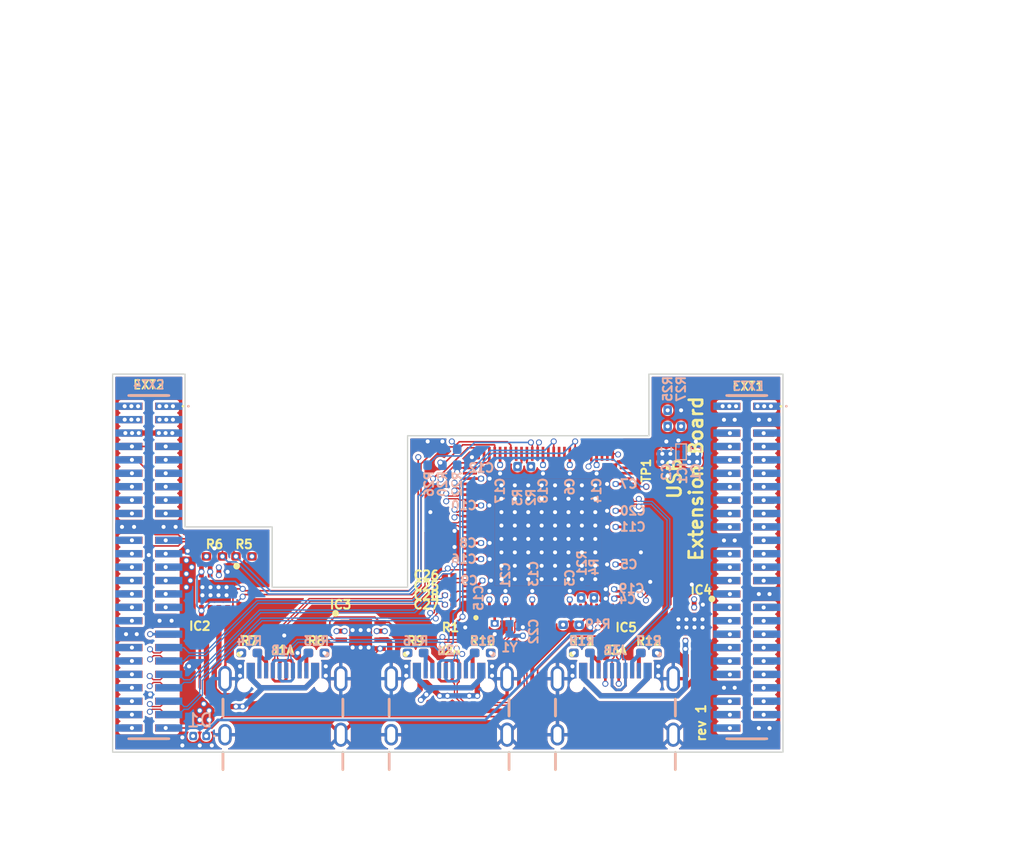
<source format=kicad_pcb>
(kicad_pcb (version 20241229) (generator "pcbnew") (generator_version "9.0")
  (title_block (title "usb-extension") (date "2025-02-20") (rev "1") (company "Institute of Technical Chemistry - Leibniz University Hannover") (comment 1 "JLC06161H-3313"))
  (layers (0 "F.Cu" signal) (4 "In1.Cu" power "GND1.Cu") (6 "In2.Cu" power "VCC.Cu") (8 "In3.Cu" signal "In.Cu") (10 "In4.Cu" power "GND2.Cu") (2 "B.Cu" signal) (13 "F.Paste" user) (15 "B.Paste" user) (5 "F.SilkS" user "F.Silkscreen") (7 "B.SilkS" user "B.Silkscreen") (1 "F.Mask" user) (3 "B.Mask" user) (25 "Edge.Cuts" user))
  (net 0 "")
  (net 1 "/connector/UART_M7.TXD")
  (net 2 "+3V3_SW")
  (net 3 "/connector/GPIO1.IO07{slash}CSI2_CTRL2")
  (net 4 "/connector/PCIe.RXN-")
  (net 5 "/connector/GPIO1.IO14{slash}PCIe_nW_DISABLE")
  (net 6 "/connector/UART3.RXD")
  (net 7 "/connector/GPIO1.IO01{slash}CSI1_CTRL2")
  (net 8 "/connector/I2C4.SDA")
  (net 9 "/connector/GPIO1.IO10{slash}PCIe_nWAKE")
  (net 10 "/connector/UART2.TXD")
  (net 11 "GND")
  (net 12 "/connector/I2C3.SDA")
  (net 13 "+1V2")
  (net 14 "/connector/PCIe.TXN+")
  (net 15 "+5V_SW")
  (net 16 "/connector/GPIO1.IO03{slash}CSI1_CTRL3")
  (net 17 "/connector/UART2.RXD")
  (net 18 "/connector/PCIe.CLK-")
  (net 19 "/connector/GPIO1.nETH1_INT{slash}IO15")
  (net 20 "/connector/PCIe.RXN+")
  (net 21 "/connector/I2C3.SCL")
  (net 22 "/connector/GPIO1.IO12{slash}USB1_OTG_PWR")
  (net 23 "/connector/USB_DOWN_VBUS")
  (net 24 "/connector/PCIe.TXN-")
  (net 25 "/connector/I2C2.SCL")
  (net 26 "/connector/GPIO1.IO09{slash}LVDS1REG_EN")
  (net 27 "/connector/PCIe.CLK+")
  (net 28 "/connector/UART_M7.RXD")
  (net 29 "/connector/GPIO1.IO08{slash}PCIe_nPERST")
  (net 30 "/connector/I2C2.SDA")
  (net 31 "/connector/~{PWR_READY}")
  (net 32 "/connector/GPIO1.IO00{slash}CSI1_CTRL1")
  (net 33 "/connector/GPIO1.IO13{slash}USB1_OTG_OC")
  (net 34 "/connector/GPIO1.IO06{slash}CSI2_CTRL1")
  (net 35 "/connector/I2C4.SCL")
  (net 36 "/connector/GPIO1.IO11{slash}PCIe_nCLKREQ")
  (net 37 "/connector/UART3.TXD")
  (net 38 "/connector/LVDS0.D3+")
  (net 39 "/connector/SD2.CMD")
  (net 40 "/connector/SD1.CLK")
  (net 41 "/connector/SD1.D3")
  (net 42 "/connector/ECSPI1.SCLK")
  (net 43 "/connector/SD1.STROBE")
  (net 44 "/connector/LVDS0.D0+")
  (net 45 "/connector/LVDS0.D2-")
  (net 46 "/connector/ECSPI1.MOSI")
  (net 47 "/connector/SD2.VDD_SW")
  (net 48 "/connector/SD1.D5")
  (net 49 "/connector/ECSPI2.SS0")
  (net 50 "/connector/LVDS0.CLK+")
  (net 51 "/connector/SD2.D1")
  (net 52 "/connector/LVDS0.CLK-")
  (net 53 "/connector/CAN1.TX")
  (net 54 "/connector/CAN1.RX")
  (net 55 "/connector/SD1.D6")
  (net 56 "/connector/SD2.D0")
  (net 57 "/connector/ECSPI2.MOSI")
  (net 58 "/connector/SD1.RESET")
  (net 59 "/connector/SD2.D2")
  (net 60 "/connector/SD2.~{CD}")
  (net 61 "/connector/ECSPI1.MISO")
  (net 62 "/connector/SD1.CMD")
  (net 63 "/connector/CAN1.EN")
  (net 64 "/connector/ECSPI2.MISO")
  (net 65 "/connector/SD2.WP")
  (net 66 "/connector/SD1.D0")
  (net 67 "/connector/SD1.D1")
  (net 68 "/connector/SD1.D2")
  (net 69 "/connector/SD1.D7")
  (net 70 "/connector/LVDS0.D1+")
  (net 71 "/connector/SD2.D3")
  (net 72 "/connector/ECSPI2.SCLK")
  (net 73 "/connector/LVDS0.D3-")
  (net 74 "/connector/LVDS0.D1-")
  (net 75 "/connector/LVDS0.D2+")
  (net 76 "/connector/SD1.D4")
  (net 77 "/connector/SD2.CLK")
  (net 78 "/connector/LVDS0.D0-")
  (net 79 "/connector/ECSPI1.SS0")
  (net 80 "/usb-hub/PRT_CTL6")
  (net 81 "/usb-hub/usb-connectors/VBUS1B")
  (net 82 "/usb-hub/PRT_CTL1")
  (net 83 "/usb-hub/usb-connectors/VBUS1A")
  (net 84 "/usb-hub/PRT_CTL2")
  (net 85 "/usb-hub/C_ATTACH3")
  (net 86 "/usb-hub/usb-connectors/VBUS2B")
  (net 87 "/usb-hub/PRT_CTL3")
  (net 88 "/usb-hub/usb-connectors/VBUS2A")
  (net 89 "/usb-hub/PRT_CTL5")
  (net 90 "/usb-hub/usb-connectors/VBUS3B")
  (net 91 "/usb-hub/CFG_STRAP")
  (net 92 "/usb-hub/C_ATTACH2")
  (net 93 "/usb-hub/PRT_CTL4")
  (net 94 "/usb-hub/usb-connectors/VBUS3A")
  (net 95 "/usb-hub/USB3.D-")
  (net 96 "/usb-hub/USB6.D-")
  (net 97 "/usb-hub/USB5.D-")
  (net 98 "/usb-hub/USB6.D+")
  (net 99 "/usb-hub/CLK")
  (net 100 "/usb-hub/FLEX_CMD")
  (net 101 "Net-(J1A-CC1)")
  (net 102 "Net-(J1B-CC1)")
  (net 103 "Net-(J1B-CC2)")
  (net 104 "Net-(IC5-USB3UP_TXDM)")
  (net 105 "Net-(J1A-CC2)")
  (net 106 "Net-(J2A-CC2)")
  (net 107 "Net-(J2B-CC2)")
  (net 108 "/usb-hub/C_ATTACH1")
  (net 109 "Net-(IC5-USB3UP_TXDP)")
  (net 110 "Net-(IC5-USB3UP_RXDM)")
  (net 111 "Net-(IC5-USB3UP_RXDP)")
  (net 112 "/usb-hub/USB4.D-")
  (net 113 "Net-(J2B-CC1)")
  (net 116 "Net-(J2A-CC1)")
  (net 117 "Net-(J3A-CC1)")
  (net 118 "/usb-hub/USB1.D-")
  (net 121 "/usb-hub/C_ATTACH0")
  (net 122 "Net-(IC5-SPI_CE_N{slash}GPIO7{slash}CFG_NON_REM)")
  (net 123 "/usb-hub/USB2.D+")
  (net 126 "Net-(IC5-SPEED_IND7{slash}BC_IND7{slash}GPIO67)")
  (net 128 "Net-(IC5-RBIAS)")
  (net 130 "Net-(J3A-CC2)")
  (net 132 "/usb-hub/USB5.D+")
  (net 139 "Net-(J3B-CC1)")
  (net 142 "/usb-hub/USB2.D-")
  (net 143 "/usb-hub/USB3.D+")
  (net 145 "Net-(J3B-CC2)")
  (net 146 "Net-(IC5-SPI_DI{slash}GPIO9{slash}CFG_BC_EN)")
  (net 150 "/usb-hub/USB4.D+")
  (net 151 "/usb-hub/USB1.D+")
  (net 164 "/connector/~{EXT_RST}")
  (net 165 "/connector/USB_UP.D+")
  (net 166 "/connector/USB_UP.D-")
  (net 167 "/connector/USB_DOWN.D-")
  (net 168 "/connector/USB_UP.RX+")
  (net 169 "/connector/USB_DOWN.D+")
  (net 170 "/connector/USB_UP.TX-")
  (net 171 "/connector/USB_UP.TX+")
  (net 172 "/connector/USB_UP.RX-")
  (net 173 "/connector/USB_DOWN.TX-")
  (net 174 "/connector/USB_DOWN.RX-")
  (net 175 "/connector/USB_DOWN.RX+")
  (net 176 "/connector/USB_DOWN.TX+")
  (net 190 "/connector/USB_UP_VBUS")
  (footprint "Capacitor_SMD:C_0201_0603Metric" (layer "F.Cu") (at 124.7 100.9)
    (property "Reference" "C27")
    (property "Value" "100n")
  )
  (footprint "extras:1MMRD25VS00FTBP" (layer "F.Cu") (at 102.3 98.1 90)
    (property "Reference" "EXT2")
    (property "Value" "1MM-R-D25-VS-00-F-TBP" (hide yes))
  )
  (footprint "extras:R_0402" (layer "F.Cu") (at 139.6 104.5 180)
    (property "Reference" "R12")
    (property "Value" "56k")
  )
  (footprint "extras:R_0402" (layer "F.Cu") (at 122.2025 104.5)
    (property "Reference" "R9")
    (property "Value" "56k")
  )
  (footprint "extras:R_0402" (layer "F.Cu") (at 107.195 97.3)
    (property "Reference" "R6")
    (property "Value" "4.7k")
  )
  (footprint "extras:SON65P300X300X100-9N-D" (layer "F.Cu") (at 107.2 99.9 -90)
    (property "Reference" "IC2")
    (property "Value" "TPS2052BDRBR" (hide yes))
  )
  (footprint "extras:GCT_USB4105-GF-A-060_stack" (layer "F.Cu") (at 124.7 110.6)
    (property "Reference" "J2" (hide yes))
    (property "Value" "USB4105-GF-A-060")
  )
  (footprint "extras:1MMRD25VS00FTBP" (layer "F.Cu") (at 146.9 98.11 90)
    (property "Reference" "EXT1")
    (property "Value" "1MM-R-D25-VS-00-F-TBP" (hide yes))
  )
  (footprint "extras:R_0402" (layer "F.Cu") (at 109.3975 97.3 180)
    (property "Reference" "R5")
    (property "Value" "4.7k")
  )
  (footprint "extras:R_0402" (layer "F.Cu") (at 127.2025 104.5 180)
    (property "Reference" "R10")
    (property "Value" "56k")
  )
  (footprint "extras:R_0402" (layer "F.Cu") (at 126.5 102.6 180)
    (property "Reference" "R1")
    (property "Value" "12k")
  )
  (footprint "Capacitor_SMD:C_0201_0603Metric" (layer "F.Cu") (at 124.7 99.45)
    (property "Reference" "C25")
    (property "Value" "100n")
  )
  (footprint "extras:GCT_USB4105-GF-A-060_stack" (layer "F.Cu") (at 112.3 110.6)
    (property "Reference" "J1" (hide yes))
    (property "Value" "USB4105-GF-A-060")
  )
  (footprint "extras:TestPoint_Pad_D0.5mm" (layer "F.Cu") (at 139.4 92.1)
    (property "Reference" "TP1")
    (property "Value" "TestPoint")
  )
  (footprint "extras:SON65P300X300X100-9N-D" (layer "F.Cu") (at 118.1 103.2)
    (property "Reference" "IC3")
    (property "Value" "TPS2052BDRBR" (hide yes))
  )
  (footprint "extras:R_0402" (layer "F.Cu") (at 109.8 104.5)
    (property "Reference" "R7")
    (property "Value" "56k")
  )
  (footprint "extras:QFN40P1200X1200X90-101N-D" (layer "F.Cu") (at 132.1 95.5 90)
    (property "Reference" "IC5")
    (property "Value" "USB5807C_KD" (hide yes))
  )
  (footprint "extras:SON65P300X300X100-9N-D" (layer "F.Cu") (at 142.65 102.35 -90)
    (property "Reference" "IC4")
    (property "Value" "TPS2052BDRBR" (hide yes))
  )
  (footprint "Capacitor_SMD:C_0201_0603Metric" (layer "F.Cu") (at 124.7 98.75 180)
    (property "Reference" "C26")
    (property "Value" "100n")
  )
  (footprint "extras:R_0402" (layer "F.Cu") (at 134.6 104.5)
    (property "Reference" "R11")
    (property "Value" "56k")
  )
  (footprint "extras:R_0402" (layer "F.Cu") (at 114.8 104.5 180)
    (property "Reference" "R8")
    (property "Value" "56k")
  )
  (footprint "extras:GCT_USB4105-GF-A-060_stack" (layer "F.Cu") (at 137.1 110.6)
    (property "Reference" "J3" (hide yes))
    (property "Value" "USB4105-GF-A-060")
  )
  (footprint "Capacitor_SMD:C_0201_0603Metric" (layer "F.Cu") (at 124.7 100.2)
    (property "Reference" "C28")
    (property "Value" "100n")
  )
  (footprint "Capacitor_SMD:C_0201_0603Metric" (layer "B.Cu") (at 131.7 90.8 -90)
    (property "Reference" "C18")
    (property "Value" "100n")
  )
  (footprint "extras:R_0402" (layer "B.Cu") (at 134.55 99.8 90)
    (property "Reference" "R21")
    (property "Value" "200k")
  )
  (footprint "Capacitor_SMD:C_0201_0603Metric" (layer "B.Cu") (at 130.2 102.9 90)
    (property "Reference" "C22")
    (property "Value" "100n")
  )
  (footprint "Capacitor_SMD:C_0201_0603Metric" (layer "B.Cu") (at 127.7 100.2 90)
    (property "Reference" "C15")
    (property "Value" "100n")
  )
  (footprint "Diode_SMD:D_0402_1005Metric" (layer "B.Cu") (at 106.1 110.7 180)
    (property "Reference" "D1")
    (property "Value" "CDBQR40")
  )
  (footprint "Capacitor_SMD:C_0402_1005Metric_Pad0.74x0.62mm_HandSolder" (layer "B.Cu") (at 143.1 89.3 90)
    (property "Reference" "C1")
    (property "Value" "1u")
  )
  (footprint "Capacitor_SMD:C_0201_0603Metric" (layer "B.Cu") (at 130.9 100.2 90)
    (property "Reference" "C13")
    (property "Value" "100n")
  )
  (footprint "Capacitor_SMD:C_0402_1005Metric_Pad0.74x0.62mm_HandSolder" (layer "B.Cu") (at 140.9 89.3 90)
    (property "Reference" "C2")
    (property "Value" "10u")
  )
  (footprint "Capacitor_SMD:C_0201_0603Metric" (layer "B.Cu") (at 127.5 99.1)
    (property "Reference" "C9")
    (property "Value" "100n")
  )
  (footprint "Capacitor_SMD:C_0201_0603Metric" (layer "B.Cu") (at 133.7 100.2 90)
    (property "Reference" "C3")
    (property "Value" "100n")
  )
  (footprint "extras:1MMHUD25VS00FTBP" (layer "B.Cu") (at 102.3 98.1 -90)
    (property "Reference" "EXT4")
    (property "Value" "1MM-HU-D25-VS-00-F-TBP" (hide yes))
  )
  (footprint "Capacitor_SMD:C_0201_0603Metric" (layer "B.Cu") (at 136.7 100.45 180)
    (property "Reference" "C4")
    (property "Value" "100n")
  )
  (footprint "extras:R_0402" (layer "B.Cu") (at 133.8 102.4)
    (property "Reference" "R19")
    (property "Value" "200k")
  )
  (footprint "extras:R_0402" (layer "B.Cu") (at 130.8 91.2 -90)
    (property "Reference" "R2")
    (property "Value" "200k")
  )
  (footprint "extras:R_0402" (layer "B.Cu") (at 124.2 89.9 90)
    (property "Reference" "R20")
    (property "Value" "4.7k")
  )
  (footprint "Capacitor_SMD:C_0201_0603Metric" (layer "B.Cu") (at 136.8 95.1 180)
    (property "Reference" "C11")
    (property "Value" "100n")
  )
  (footprint "extras:BGA6C40P2X3_78X118X36" (layer "B.Cu") (at 142 89.5)
    (property "Reference" "IC1")
    (property "Value" "LD57100J120R" (hide yes))
  )
  (footprint "Capacitor_SMD:C_0201_0603Metric" (layer "B.Cu") (at 127.4 97.5)
    (property "Reference" "C16")
    (property "Value" "100n")
  )
  (footprint "extras:R_0402" (layer "B.Cu") (at 122.2 104.5)
    (property "Reference" "R16")
    (property "Value" "56k")
  )
  (footprint "Capacitor_SMD:C_0201_0603Metric" (layer "B.Cu") (at 136.8 93.9 180)
    (property "Reference" "C20")
    (property "Value" "100n")
  )
  (footprint "Capacitor_SMD:C_0201_0603Metric" (layer "B.Cu") (at 127.4 96.3)
    (property "Reference" "C8")
    (property "Value" "100n")
  )
  (footprint "Capacitor_SMD:C_0201_0603Metric" (layer "B.Cu") (at 135.7 90.8 -90)
    (property "Reference" "C14")
    (property "Value" "100n")
  )
  (footprint "extras:R_0402" (layer "B.Cu") (at 109.8 104.5)
    (property "Reference" "R14")
    (property "Value" "56k")
  )
  (footprint "extras:R_0402" (layer "B.Cu") (at 142 87.0025 90)
    (property "Reference" "R27")
    (property "Value" "4.7k")
  )
  (footprint "extras:R_0402" (layer "B.Cu") (at 123.1 89.9 90)
    (property "Reference" "R26")
    (property "Value" "4.7k")
  )
  (footprint "extras:R_0402" (layer "B.Cu") (at 114.8 104.5 180)
    (property "Reference" "R13")
    (property "Value" "56k")
  )
  (footprint "extras:R_0402" (layer "B.Cu") (at 135.5 99.8 90)
    (property "Reference" "R4")
    (property "Value" "200k")
  )
  (footprint "extras:1MMHUD25VS00FTBP" (layer "B.Cu") (at 146.9 98.1 -90)
    (property "Reference" "EXT3")
    (property "Value" "1MM-HU-D25-VS-00-F-TBP" (hide yes))
  )
  (footprint "Capacitor_SMD:C_0201_0603Metric" (layer "B.Cu") (at 136.8 91.9 180)
    (property "Reference" "C7")
    (property "Value" "100n")
  )
  (footprint "extras:ECS1612MV250CNTR" (layer "B.Cu") (at 128.65 102.7 180)
    (property "Reference" "Y1")
    (property "Value" "ECS-1612MV-250-CN-TR" (hide yes))
  )
  (footprint "extras:R_0402" (layer "B.Cu") (at 139.5975 104.5 180)
    (property "Reference" "R17")
    (property "Value" "56k")
  )
  (footprint "extras:R_0402" (layer "B.Cu") (at 129.8 91.2025 -90)
    (property "Reference" "R3")
    (property "Value" "200k")
  )
  (footprint "Capacitor_SMD:C_0201_0603Metric" (layer "B.Cu") (at 128.5 90.8 -90)
    (property "Reference" "C17")
    (property "Value" "100n")
  )
  (footprint "Capacitor_SMD:C_0201_0603Metric" (layer "B.Cu") (at 133.7 90.8 -90)
    (property "Reference" "C6")
    (property "Value" "100n")
  )
  (footprint "extras:R_0402" (layer "B.Cu") (at 134.6 104.5)
    (property "Reference" "R18")
    (property "Value" "56k")
  )
  (footprint "Capacitor_SMD:C_0201_0603Metric" (layer "B.Cu") (at 128.9 100.2 90)
    (property "Reference" "C21")
    (property "Value" "100n")
  )
  (footprint "Capacitor_SMD:C_0201_0603Metric" (layer "B.Cu") (at 127.4 93.5)
    (property "Reference" "C10")
    (property "Value" "100n")
  )
  (footprint "Capacitor_SMD:C_0201_0603Metric" (layer "B.Cu") (at 136.8 97.9 180)
    (property "Reference" "C5")
    (property "Value" "100n")
  )
  (footprint "Capacitor_SMD:C_0201_0603Metric" (layer "B.Cu") (at 136.7 99.75 180)
    (property "Reference" "C19")
    (property "Value" "100n")
  )
  (footprint "extras:R_0402" (layer "B.Cu") (at 141 87.0025 -90)
    (property "Reference" "R25")
    (property "Value" "4.7k")
  )
  (footprint "extras:R_0402" (layer "B.Cu") (at 127.2025 104.5 180)
    (property "Reference" "R15")
    (property "Value" "56k")
  )
  (footprint "Capacitor_SMD:C_0201_0603Metric" (layer "B.Cu") (at 127.4 91.5)
    (property "Reference" "C12")
    (property "Value" "100n")
  )
  (footprint "extras:R_0402" (layer "B.Cu") (at 125.3 89.9 -90)
    (property "Reference" "R22")
    (property "Value" "4.7k")
  )
  (gr_poly (pts (xy 99.6 111.9) (xy 99.6 83.7) (xy 105 83.7) (xy 105 95.1) (xy 111.5 95.1) (xy 111.5 99.6) (xy 121.6 99.6) (xy 121.6 88.3) (xy 139.6 88.3) (xy 139.6 83.7) (xy 149.6 83.7) (xy 149.6 111.9)) (stroke (width 0.1)) (fill no) (layer "Edge.Cuts"))
  (gr_text "USB\nExtension Board" (at 143.7 91.5 90) (layer "F.SilkS") (effects (font (size 1 1) (thickness 0.2) (bold yes)) (justify bottom)))
  (gr_text "rev 1" (at 143.9 111.2 90) (layer "F.SilkS") (effects (font (size 0.7 0.7) (thickness 0.15) (bold yes)) (justify left bottom)))
  (via (at 103.56 94.1) (size 0.45) (drill 0.3) (layers "F.Cu" "B.Cu") (net 1))
  (segment (start 131.7 89.65) (end 131.7 90.48) (width 0.2) (layer "F.Cu") (net 2))
  (segment (start 128.5 89.65) (end 128.5 90.48) (width 0.2) (layer "F.Cu") (net 2))
  (segment (start 137.95 99.9) (end 137.15 99.9) (width 0.2) (layer "F.Cu") (net 2))
  (segment (start 128.9 101.35) (end 128.9 100.52) (width 0.2) (layer "F.Cu") (net 2))
  (segment (start 137.95 93.9) (end 137.12 93.9) (width 0.2) (layer "F.Cu") (net 2))
  (segment (start 126.25 97.5) (end 127.08 97.5) (width 0.2) (layer "F.Cu") (net 2))
  (segment (start 127.7 101.35) (end 127.7 100.52) (width 0.2) (layer "F.Cu") (net 2))
  (segment (start 137.15 99.9) (end 137 99.75) (width 0.2) (layer "F.Cu") (net 2))
  (segment (start 135.7 89.65) (end 135.7 90.48) (width 0.2) (layer "F.Cu") (net 2))
  (via (at 109.995 97.3) (size 0.45) (drill 0.3) (layers "F.Cu" "B.Cu") (net 2))
  (via (at 141 86.4025) (size 0.45) (drill 0.3) (layers "F.Cu" "B.Cu") (net 2))
  (via (at 131.7 90.48) (size 0.45) (drill 0.3) (layers "F.Cu" "B.Cu") (net 2))
  (via (at 147.7 86.1) (size 0.45) (drill 0.3) (layers "F.Cu" "B.Cu") (net 2))
  (via (at 103.6 86.1) (size 0.45) (drill 0.3) (layers "F.Cu" "B.Cu") (net 2))
  (via (at 103.1 86.1) (size 0.45) (drill 0.3) (layers "F.Cu" "B.Cu") (net 2))
  (via (at 101 87.1) (size 0.45) (drill 0.3) (layers "F.Cu" "B.Cu") (net 2))
  (via (at 101.5 87.1) (size 0.45) (drill 0.3) (layers "F.Cu" "B.Cu") (net 2))
  (via (at 145.1 86.1) (size 0.45) (drill 0.3) (layers "F.Cu" "B.Cu") (net 2))
  (via (at 103.6 87.1) (size 0.45) (drill 0.3) (layers "F.Cu" "B.Cu") (net 2))
  (via (at 104.1 87.1) (size 0.45) (drill 0.3) (layers "F.Cu" "B.Cu") (net 2))
  (via (at 101 86.1) (size 0.45) (drill 0.3) (layers "F.Cu" "B.Cu") (net 2))
  (via (at 101.5 86.1) (size 0.45) (drill 0.3) (layers "F.Cu" "B.Cu") (net 2))
  (via (at 133.2025 102.4) (size 0.45) (drill 0.3) (layers "F.Cu" "B.Cu") (net 2))
  (via (at 128.9 100.52) (size 0.45) (drill 0.3) (layers "F.Cu" "B.Cu") (net 2))
  (via (at 148.7 86.1) (size 0.45) (drill 0.3) (layers "F.Cu" "B.Cu") (net 2))
  (via (at 137.12 93.9) (size 0.45) (drill 0.3) (layers "F.Cu" "B.Cu") (net 2))
  (via (at 148.2 86.1) (size 0.45) (drill 0.3) (layers "F.Cu" "B.Cu") (net 2))
  (via (at 103.1 87.1) (size 0.45) (drill 0.3) (layers "F.Cu" "B.Cu") (net 2))
  (via (at 127.7 100.52) (size 0.45) (drill 0.3) (layers "F.Cu" "B.Cu") (net 2))
  (via (at 130.2 103.22) (size 0.45) (drill 0.3) (layers "F.Cu" "B.Cu") (net 2))
  (via (at 124.9 88.725) (size 0.45) (drill 0.3) (layers "F.Cu" "B.Cu") (net 2))
  (via (at 104.1 86.1) (size 0.45) (drill 0.3) (layers "F.Cu" "B.Cu") (net 2))
  (via (at 127.08 97.5) (size 0.45) (drill 0.3) (layers "F.Cu" "B.Cu") (net 2))
  (via (at 142.6 90.25) (size 0.45) (drill 0.3) (layers "F.Cu" "B.Cu") (net 2))
  (via (at 100.5 87.1) (size 0.45) (drill 0.3) (layers "F.Cu" "B.Cu") (net 2))
  (via (at 143.2 90.25) (size 0.45) (drill 0.3) (layers "F.Cu" "B.Cu") (net 2))
  (via (at 146.1 86.1) (size 0.45) (drill 0.3) (layers "F.Cu" "B.Cu") (net 2))
  (via (at 106.5975 97.3) (size 0.45) (drill 0.3) (layers "F.Cu" "B.Cu") (net 2))
  (via (at 105.6 110.7) (size 0.45) (drill 0.3) (layers "F.Cu" "B.Cu") (net 2))
  (via (at 143.2 89.65) (size 0.45) (drill 0.3) (layers "F.Cu" "B.Cu") (net 2))
  (via (at 135.7 90.48) (size 0.45) (drill 0.3) (layers "F.Cu" "B.Cu") (net 2))
  (via (at 128.5 90.48) (size 0.45) (drill 0.3) (layers "F.Cu" "B.Cu") (net 2))
  (via (at 145.6 86.1) (size 0.45) (drill 0.3) (layers "F.Cu" "B.Cu") (net 2))
  (via (at 100.5 86.1) (size 0.45) (drill 0.3) (layers "F.Cu" "B.Cu") (net 2))
  (via (at 137 99.75) (size 0.45) (drill 0.3) (layers "F.Cu" "B.Cu") (net 2))
  (via (at 142.6 89.65) (size 0.45) (drill 0.3) (layers "F.Cu" "B.Cu") (net 2))
  (segment (start 129.2 103.1) (end 129.2 103.05) (width 0.12) (layer "B.Cu") (net 2))
  (segment (start 141 86.405) (end 141 86.4025) (width 0.12) (layer "B.Cu") (net 2))
  (segment (start 105.615 110.7) (end 105.6 110.7) (width 0.2) (layer "B.Cu") (net 2))
  (segment (start 125.3 89.125) (end 124.9 88.725) (width 0.12) (layer "B.Cu") (net 2))
  (segment (start 129.2 102.3) (end 129.2 103.1) (width 0.3) (layer "B.Cu") (net 2))
  (segment (start 125.3 89.3025) (end 125.3 89.125) (width 0.12) (layer "B.Cu") (net 2))
  (segment (start 129.32 103.22) (end 129.2 103.1) (width 0.3) (layer "B.Cu") (net 2))
  (segment (start 130.2 103.22) (end 129.32 103.22) (width 0.3) (layer "B.Cu") (net 2))
  (via (at 101.04 100.1) (size 0.45) (drill 0.3) (layers "F.Cu" "B.Cu") (net 3))
  (via (at 101.04 107.1) (size 0.45) (drill 0.3) (layers "F.Cu" "B.Cu") (net 4))
  (via (at 103.56 96.1) (size 0.45) (drill 0.3) (layers "F.Cu" "B.Cu") (net 5))
  (via (at 103.56 92.1) (size 0.45) (drill 0.3) (layers "F.Cu" "B.Cu") (net 6))
  (via (at 101.04 102.1) (size 0.45) (drill 0.3) (layers "F.Cu" "B.Cu") (net 7))
  (via (at 101.04 94.1) (size 0.45) (drill 0.3) (layers "F.Cu" "B.Cu") (net 8))
  (via (at 103.56 98.1) (size 0.45) (drill 0.3) (layers "F.Cu" "B.Cu") (net 9))
  (via (at 103.56 90.1) (size 0.45) (drill 0.3) (layers "F.Cu" "B.Cu") (net 10))
  (segment (start 136.1 101.995) (end 135.905 102.19) (width 0.12) (layer "F.Cu") (net 11))
  (segment (start 135.905 102.19) (end 135.533396 102.19) (width 0.12) (layer "F.Cu") (net 11))
  (segment (start 135.533396 102.19) (end 135.224997 102.498399) (width 0.12) (layer "F.Cu") (net 11))
  (segment (start 135.224997 102.498399) (end 135.224997 102.6) (width 0.12) (layer "F.Cu") (net 11))
  (segment (start 117.525 102.225) (end 117.6 102.3) (width 0.4) (layer "F.Cu") (net 11))
  (segment (start 116.65 102.225) (end 117.525 102.225) (width 0.4) (layer "F.Cu") (net 11))
  (segment (start 136.1 101.35) (end 136.1 101.995) (width 0.12) (layer "F.Cu") (net 11))
  (via (at 128.6 99) (size 0.45) (drill 0.3) (layers "F.Cu" "B.Cu") (net 11))
  (via (at 135.224997 102.6) (size 0.45) (drill 0.3) (layers "F.Cu" "B.Cu") (net 11))
  (via (at 129.6 99) (size 0.45) (drill 0.3) (layers "F.Cu" "B.Cu") (net 11))
  (via (at 148.6 87.11) (size 0.45) (drill 0.3) (layers "F.Cu" "B.Cu") (net 11))
  (via (at 131.6 92) (size 0.45) (drill 0.3) (layers "F.Cu" "B.Cu") (net 11))
  (via (at 131.7 91.12) (size 0.45) (drill 0.3) (layers "F.Cu" "B.Cu") (net 11))
  (via (at 130.2 102.58) (size 0.45) (drill 0.3) (layers "F.Cu" "B.Cu") (net 11))
  (via (at 145.2 87.11) (size 0.45) (drill 0.3) (layers "F.Cu" "B.Cu") (net 11))
  (via (at 140.9 88.7325) (size 0.45) (drill 0.3) (layers "F.Cu" "B.Cu") (net 11))
  (via (at 127.72 96.3) (size 0.45) (drill 0.3) (layers "F.Cu" "B.Cu") (net 11))
  (via (at 132.6 92) (size 0.45) (drill 0.3) (layers "F.Cu" "B.Cu") (net 11))
  (via (at 127.72 91.5) (size 0.45) (drill 0.3) (layers "F.Cu" "B.Cu") (net 11))
  (via (at 105.3 105.5) (size 0.45) (drill 0.3) (layers "F.Cu" "B.Cu") (net 11))
  (via (at 136.38 100.45) (size 0.45) (drill 0.3) (layers "F.Cu" "B.Cu") (net 11))
  (via (at 127.82 99.1) (size 0.45) (drill 0.3) (layers "F.Cu" "B.Cu") (net 11))
  (via (at 118.7 102.8) (size 0.45) (drill 0.3) (layers "F.Cu" "B.Cu") (net 11))
  (via (at 131.6 99) (size 0.45) (drill 0.3) (layers "F.Cu" "B.Cu") (net 11))
  (via (at 123.1 88.725) (size 0.45) (drill 0.3) (layers "F.Cu" "B.Cu") (net 11))
  (via (at 124.2 88.725) (size 0.45) (drill 0.3) (layers "F.Cu" "B.Cu") (net 11))
  (via (at 135.6 94) (size 0.45) (drill 0.3) (layers "F.Cu" "B.Cu") (net 11))
  (via (at 146 107.1) (size 0.45) (drill 0.3) (layers "F.Cu" "B.Cu") (net 11))
  (via (at 143 102) (size 0.45) (drill 0.3) (layers "F.Cu" "B.Cu") (net 11))
  (via (at 133.7 99.88) (size 0.45) (drill 0.3) (layers "F.Cu" "B.Cu") (net 11))
  (via (at 129.6 92) (size 0.45) (drill 0.3) (layers "F.Cu" "B.Cu") (net 11))
  (via (at 135.6 98) (size 0.45) (drill 0.3) (layers "F.Cu" "B.Cu") (net 11))
  (via (at 127.72 97.5) (size 0.45) (drill 0.3) (layers "F.Cu" "B.Cu") (net 11))
  (via (at 146 96.11) (size 0.45) (drill 0.3) (layers "F.Cu" "B.Cu") (net 11))
  (via (at 143.6 102.6) (size 0.45) (drill 0.3) (layers "F.Cu" "B.Cu") (net 11))
  (via (at 101.2 95.1) (size 0.45) (drill 0.3) (layers "F.Cu" "B.Cu") (net 11))
  (via (at 136.48 93.9) (size 0.45) (drill 0.3) (layers "F.Cu" "B.Cu") (net 11))
  (via (at 129.6 98) (size 0.45) (drill 0.3) (layers "F.Cu" "B.Cu") (net 11))
  (via (at 104.3 95.1) (size 0.45) (drill 0.3) (layers "F.Cu" "B.Cu") (net 11))
  (via (at 128.9 99.88) (size 0.45) (drill 0.3) (layers "F.Cu" "B.Cu") (net 11))
  (via (at 130.6 94) (size 0.45) (drill 0.3) (layers "F.Cu" "B.Cu") (net 11))
  (via (at 128.6 96) (size 0.45) (drill 0.3) (layers "F.Cu" "B.Cu") (net 11))
  (via (at 145.2 96.11) (size 0.45) (drill 0.3) (layers "F.Cu" "B.Cu") (net 11))
  (via (at 128.6 95) (size 0.45) (drill 0.3) (layers "F.Cu" "B.Cu") (net 11))
  (via (at 133.9 105.5) (size 0.45) (drill 0.3) (layers "F.Cu" "B.Cu") (net 11))
  (via (at 103.1 102.1) (size 0.45) (drill 0.3) (layers "F.Cu" "B.Cu") (net 11))
  (via (at 118.7 104.1) (size 0.45) (drill 0.3) (layers "F.Cu" "B.Cu") (net 11))
  (via (at 133.6 95) (size 0.45) (drill 0.3) (layers "F.Cu" "B.Cu") (net 11))
  (via (at 134.6 97) (size 0.45) (drill 0.3) (layers "F.Cu" "B.Cu") (net 11))
  (via (at 113.4 104.5) (size 0.45) (drill 0.3) (layers "F.Cu" "B.Cu") (net 11))
  (via (at 147.8 110.11) (size 0.45) (drill 0.3) (layers "F.Cu" "B.Cu") (net 11))
  (via (at 108.1 99.6) (size 0.45) (drill 0.3) (layers "F.Cu" "B.Cu") (net 11))
  (via (at 121.5 105.5) (size 0.45) (drill 0.3) (layers "F.Cu" "B.Cu") (net 11))
  (via (at 131.6 94) (size 0.45) (drill 0.3) (layers "F.Cu" "B.Cu") (net 11))
  (via (at 134.6 95) (size 0.45) (drill 0.3) (layers "F.Cu" "B.Cu") (net 11))
  (via (at 118.1 102.8) (size 0.45) (drill 0.3) (layers "F.Cu" "B.Cu") (net 11))
  (via (at 104 102.1) (size 0.45) (drill 0.3) (layers "F.Cu" "B.Cu") (net 11))
  (via (at 143.625 100.9) (size 0.45) (drill 0.3) (layers "F.Cu" "B.Cu") (net 11))
  (via (at 141.8 102.6) (size 0.45) (drill 0.3) (layers "F.Cu" "B.Cu") (net 11))
  (via (at 128.6 92) (size 0.45) (drill 0.3) (layers "F.Cu" "B.Cu") (net 11))
  (via (at 115.5 106.2) (size 0.45) (drill 0.3) (layers "F.Cu" "B.Cu") (net 11))
  (via (at 130.6 92) (size 0.45) (drill 0.3) (layers "F.Cu" "B.Cu") (net 11))
  (via (at 134.6 92) (size 0.45) (drill 0.3) (layers "F.Cu" "B.Cu") (net 11))
  (via (at 127.9 105.5) (size 0.45) (drill 0.3) (layers "F.Cu" "B.Cu") (net 11))
  (via (at 107.2 96.7) (size 0.45) (drill 0.3) (layers "F.Cu" "B.Cu") (net 11))
  (via (at 132.6 93) (size 0.45) (drill 0.3) (layers "F.Cu" "B.Cu") (net 11))
  (via (at 130.9 99.88) (size 0.45) (drill 0.3) (layers "F.Cu" "B.Cu") (net 11))
  (via (at 109.1 105.5) (size 0.45) (drill 0.3) (layers "F.Cu" "B.Cu") (net 11))
  (via (at 136.48 95.1) (size 0.45) (drill 0.3) (layers "F.Cu" "B.Cu") (net 11))
  (via (at 102.4 107.6) (size 0.45) (drill 0.3) (layers "F.Cu" "B.Cu") (net 11))
  (via (at 100.3 95.1) (size 0.45) (drill 0.3) (layers "F.Cu" "B.Cu") (net 11))
  (via (at 147.8 100.11) (size 0.45) (drill 0.3) (layers "F.Cu" "B.Cu") (net 11))
  (via (at 125.1 96.6) (size 0.45) (drill 0.3) (layers "F.Cu" "B.Cu") (net 11))
  (via (at 127.7 99.88) (size 0.45) (drill 0.3) (layers "F.Cu" "B.Cu") (net 11))
  (via (at 103.4 95.1) (size 0.45) (drill 0.3) (layers "F.Cu" "B.Cu") (net 11))
  (via (at 129.6 94) (size 0.45) (drill 0.3) (layers "F.Cu" "B.Cu") (net 11))
  (via (at 108.175 98.45) (size 0.45) (drill 0.3) (layers "F.Cu" "B.Cu") (net 11))
  (via (at 128.6 98) (size 0.45) (drill 0.3) (layers "F.Cu" "B.Cu") (net 11))
  (via (at 131.6 98) (size 0.45) (drill 0.3) (layers "F.Cu" "B.Cu") (net 11))
  (via (at 132.6 99) (size 0.45) (drill 0.3) (layers "F.Cu" "B.Cu") (net 11))
  (via (at 148.6 110.11) (size 0.45) (drill 0.3) (layers "F.Cu" "B.Cu") (net 11))
  (via (at 143 102.6) (size 0.45) (drill 0.3) (layers "F.Cu" "B.Cu") (net 11))
  (via (at 130.6 97) (size 0.45) (drill 0.3) (layers "F.Cu" "B.Cu") (net 11))
  (via (at 132.6 96) (size 0.45) (drill 0.3) (layers "F.Cu" "B.Cu") (net 11))
  (via (at 128.5 91.12) (size 0.45) (drill 0.3) (layers "F.Cu" "B.Cu") (net 11))
  (via (at 106.1 111.4) (size 0.45) (drill 0.3) (layers "F.Cu" "B.Cu") (net 11))
  (via (at 131.6 93) (size 0.45) (drill 0.3) (layers "F.Cu" "B.Cu") (net 11))
  (via (at 133.6 93) (size 0.45) (drill 0.3) (layers "F.Cu" "B.Cu") (net 11))
  (via (at 130.6 93) (size 0.45) (drill 0.3) (layers "F.Cu" "B.Cu") (net 11))
  (via (at 134.6 96) (size 0.45) (drill 0.3) (layers "F.Cu" "B.Cu") (net 11))
  (via (at 143.1 88.7325) (size 0.45) (drill 0.3) (layers "F.Cu" "B.Cu") (net 11))
  (via (at 131.6 96) (size 0.45) (drill 0.3) (layers "F.Cu" "B.Cu") (net 11))
  (via (at 135.6 99) (size 0.45) (drill 0.3) (layers "F.Cu" "B.Cu") (net 11))
  (via (at 134.6 98) (size 0.45) (drill 0.3) (layers "F.Cu" "B.Cu") (net 11))
  (via (at 142.8 99.4) (size 0.45) (drill 0.3) (layers "F.Cu" "B.Cu") (net 11))
  (via (at 133.6 97) (size 0.45) (drill 0.3) (layers "F.Cu" "B.Cu") (net 11))
  (via (at 130.6 99) (size 0.45) (drill 0.3) (layers "F.Cu" "B.Cu") (net 11))
  (via (at 128.1 103.1) (size 0.45) (drill 0.3) (layers "F.Cu" "B.Cu") (net 11))
  (via (at 104.8 110.8) (size 0.45) (drill 0.3) (layers "F.Cu" "B.Cu") (net 11))
  (via (at 143.6 102) (size 0.45) (drill 0.3) (layers "F.Cu" "B.Cu") (net 11))
  (via (at 112.4 103.2) (size 0.45) (drill 0.3) (layers "F.Cu" "B.Cu") (net 11))
  (via (at 129.6 93) (size 0.45) (drill 0.3) (layers "F.Cu" "B.Cu") (net 11))
  (via (at 106.3 100.2) (size 0.45) (drill 0.3) (layers "F.Cu" "B.Cu") (net 11))
  (via (at 118.1 104.1) (size 0.45) (drill 0.3) (layers "F.Cu" "B.Cu") (net 11))
  (via (at 135.7 91.12) (size 0.45) (drill 0.3) (layers "F.Cu" "B.Cu") (net 11))
  (via (at 132.6 95) (size 0.45) (drill 0.3) (layers "F.Cu" "B.Cu") (net 11))
  (via (at 117.5 104.1) (size 0.45) (drill 0.3) (layers "F.Cu" "B.Cu") (net 11))
  (via (at 129.6 97) (size 0.45) (drill 0.3) (layers "F.Cu" "B.Cu") (net 11))
  (via (at 135.6 95) (size 0.45) (drill 0.3) (layers "F.Cu" "B.Cu") (net 11))
  (via (at 105.2 96.9) (size 0.45) (drill 0.3) (layers "F.Cu" "B.Cu") (net 11))
  (via (at 100.6 103.1) (size 0.45) (drill 0.3) (layers "F.Cu" "B.Cu") (net 11))
  (via (at 146 87.11) (size 0.45) (drill 0.3) (layers "F.Cu" "B.Cu") (net 11))
  (via (at 136.48 97.9) (size 0.45) (drill 0.3) (layers "F.Cu" "B.Cu") (net 11))
  (via (at 142.4 102) (size 0.45) (drill 0.3) (layers "F.Cu" "B.Cu") (net 11))
  (via (at 132.6 97) (size 0.45) (drill 0.3) (layers "F.Cu" "B.Cu") (net 11))
  (via (at 141.8 102) (size 0.45) (drill 0.3) (layers "F.Cu" "B.Cu") (net 11))
  (via (at 121.5 106.2) (size 0.45) (drill 0.3) (layers "F.Cu" "B.Cu") (net 11))
  (via (at 133.6 96) (size 0.45) (drill 0.3) (layers "F.Cu" "B.Cu") (net 11))
  (via (at 102.3 97.2) (size 0.45) (drill 0.3) (layers "F.Cu" "B.Cu") (net 11))
  (via (at 130.6 95) (size 0.45) (drill 0.3) (layers "F.Cu" "B.Cu") (net 11))
  (via (at 128.6 97) (size 0.45) (drill 0.3) (layers "F.Cu" "B.Cu") (net 11))
  (via (at 132.6 94) (size 0.45) (drill 0.3) (layers "F.Cu" "B.Cu") (net 11))
  (via (at 145.2 107.1) (size 0.45) (drill 0.3) (layers "F.Cu" "B.Cu") (net 11))
  (via (at 127.7 93.5) (size 0.45) (drill 0.3) (layers "F.Cu" "B.Cu") (net 11))
  (via (at 140.3 106.2) (size 0.45) (drill 0.3) (layers "F.Cu" "B.Cu") (net 11))
  (via (at 129.6 96) (size 0.45) (drill 0.3) (layers "F.Cu" "B.Cu") (net 11))
  (via (at 101.4 103.1) (size 0.45) (drill 0.3) (layers "F.Cu" "B.Cu") (net 11))
  (via (at 141.8 88.65) (size 0.45) (drill 0.3) (layers "F.Cu" "B.Cu") (net 11))
  (via (at 126.4 89.9) (size 0.45) (drill 0.3) (layers "F.Cu" "B.Cu") (net 11))
  (via (at 132.6 98) (size 0.45) (drill 0.3) (layers "F.Cu" "B.Cu") (net 11))
  (via (at 131.6 97) (size 0.45) (drill 0.3) (layers "F.Cu" "B.Cu") (net 11))
  (via (at 133.6 99) (size 0.45) (drill 0.3) (layers "F.Cu" "B.Cu") (net 11))
  (via (at 128.6 94) (size 0.45) (drill 0.3) (layers "F.Cu" "B.Cu") (net 11))
  (via (at 130.6 96) (size 0.45) (drill 0.3) (layers "F.Cu" "B.Cu") (net 11))
  (via (at 141 91.3) (size 0.45) (drill 0.3) (layers "F.Cu" "B.Cu") (net 11))
  (via (at 106.3 99.6) (size 0.45) (drill 0.3) (layers "F.Cu" "B.Cu") (net 11))
  (via (at 117.5 102.8) (size 0.45) (drill 0.3) (layers "F.Cu" "B.Cu") (net 11))
  (via (at 129.6 95) (size 0.45) (drill 0.3) (layers "F.Cu" "B.Cu") (net 11))
  (via (at 133.6 94) (size 0.45) (drill 0.3) (layers "F.Cu" "B.Cu") (net 11))
  (via (at 135.6 97) (size 0.45) (drill 0.3) (layers "F.Cu" "B.Cu") (net 11))
  (via (at 139 97) (size 0.45) (drill 0.3) (layers "F.Cu" "B.Cu") (net 11))
  (via (at 115.5 105.5) (size 0.45) (drill 0.3) (layers "F.Cu" "B.Cu") (net 11))
  (via (at 125.1 95.4) (size 0.45) (drill 0.3) (layers "F.Cu" "B.Cu") (net 11))
  (via (at 108.1 100.2) (size 0.45) (drill 0.3) (layers "F.Cu" "B.Cu") (net 11))
  (via (at 125.9 102.6) (size 0.45) (drill 0.3) (layers "F.Cu" "B.Cu") (net 11))
  (via (at 142.4 102.6) (size 0.45) (drill 0.3) (layers "F.Cu" "B.Cu") (net 11))
  (via (at 128.6 93) (size 0.45) (drill 0.3) (layers "F.Cu" "B.Cu") (net 11))
  (via (at 131.6 95) (size 0.45) (drill 0.3) (layers "F.Cu" "B.Cu") (net 11))
  (via (at 139.7 99.2) (size 0.45) (drill 0.3) (layers "F.Cu" "B.Cu") (net 11))
  (via (at 130.6 98) (size 0.45) (drill 0.3) (layers "F.Cu" "B.Cu") (net 11))
  (via (at 136.48 91.9) (size 0.45) (drill 0.3) (layers "F.Cu" "B.Cu") (net 11))
  (via (at 107.5 99.6) (size 0.45) (drill 0.3) (layers "F.Cu" "B.Cu") (net 11))
  (via (at 135.6 92) (size 0.45) (drill 0.3) (layers "F.Cu" "B.Cu") (net 11))
  (via (at 106.9 99.6) (size 0.45) (drill 0.3) (layers "F.Cu" "B.Cu") (net 11))
  (via (at 109.1 106.2) (size 0.45) (drill 0.3) (layers "F.Cu" "B.Cu") (net 11))
  (via (at 134.6 93) (size 0.45) (drill 0.3) (layers "F.Cu" "B.Cu") (net 11))
  (via (at 135.6 96) (size 0.45) (drill 0.3) (layers "F.Cu" "B.Cu") (net 11))
  (via (at 107.5 100.2) (size 0.45) (drill 0.3) (layers "F.Cu" "B.Cu") (net 11))
  (via (at 142 86.4025) (size 0.45) (drill 0.3) (layers "F.Cu" "B.Cu") (net 11))
  (via (at 134.6 94) (size 0.45) (drill 0.3) (layers "F.Cu" "B.Cu") (net 11))
  (via (at 135.6 93) (size 0.45) (drill 0.3) (layers "F.Cu" "B.Cu") (net 11))
  (via (at 107 111.4) (size 0.45) (drill 0.3) (layers "F.Cu" "B.Cu") (net 11))
  (via (at 123.3 94) (size 0.45) (drill 0.3) (layers "F.Cu" "B.Cu") (net 11))
  (via (at 127.9 106.2) (size 0.45) (drill 0.3) (layers "F.Cu" "B.Cu") (net 11))
  (via (at 136.38 99.75) (size 0.45) (drill 0.3) (layers "F.Cu" "B.Cu") (net 11))
  (via (at 133.6 92) (size 0.45) (drill 0.3) (layers "F.Cu" "B.Cu") (net 11))
  (via (at 106.9 100.2) (size 0.45) (drill 0.3) (layers "F.Cu" "B.Cu") (net 11))
  (via (at 133.6 98) (size 0.45) (drill 0.3) (layers "F.Cu" "B.Cu") (net 11))
  (via (at 133.9 106.2) (size 0.45) (drill 0.3) (layers "F.Cu" "B.Cu") (net 11))
  (via (at 104.8 111.4) (size 0.45) (drill 0.3) (layers "F.Cu" "B.Cu") (net 11))
  (via (at 134.6 99) (size 0.45) (drill 0.3) (layers "F.Cu" "B.Cu") (net 11))
  (via (at 140.3 105.5) (size 0.45) (drill 0.3) (layers "F.Cu" "B.Cu") (net 11))
  (via (at 148.6 100.11) (size 0.45) (drill 0.3) (layers "F.Cu" "B.Cu") (net 11))
  (via (at 147.8 87.11) (size 0.45) (drill 0.3) (layers "F.Cu" "B.Cu") (net 11))
  (via (at 133.7 91.12) (size 0.45) (drill 0.3) (layers "F.Cu" "B.Cu") (net 11))
  (segment (start 124.2 89.3025) (end 124.2 88.725) (width 0.12) (layer "B.Cu") (net 11))
  (segment (start 123.1 89.3025) (end 123.1 88.725) (width 0.12) (layer "B.Cu") (net 11))
  (segment (start 141.8 89.1) (end 141.8 88.65) (width 0.25) (layer "B.Cu") (net 11))
  (segment (start 142 86.405) (end 142 86.4025) (width 0.12) (layer "B.Cu") (net 11))
  (via (at 101.04 92.1) (size 0.45) (drill 0.3) (layers "F.Cu" "B.Cu") (net 12))
  (segment (start 133.7 101.35) (end 133.7 100.52) (width 0.2) (layer "F.Cu") (net 13))
  (segment (start 126.78 99.5) (end 127.18 99.1) (width 0.2) (layer "F.Cu") (net 13))
  (segment (start 137.95 95.1) (end 137.12 95.1) (width 0.2) (layer "F.Cu") (net 13))
  (segment (start 137.1 97.9) (end 137.95 97.9) (width 0.2) (layer "F.Cu") (net 13))
  (segment (start 126.25 93.5) (end 127.08 93.5) (width 0.2) (layer "F.Cu") (net 13))
  (segment (start 133.7 89.65) (end 133.7 90.48) (width 0.2) (layer "F.Cu") (net 13))
  (segment (start 137.95 91.9) (end 137.12 91.9) (width 0.2) (layer "F.Cu") (net 13))
  (segment (start 137.17 100.3) (end 137.02 100.45) (width 0.2) (layer "F.Cu") (net 13))
  (segment (start 126.25 91.5) (end 127.08 91.5) (width 0.2) (layer "F.Cu") (net 13))
  (segment (start 130.9 101.35) (end 130.9 100.52) (width 0.2) (layer "F.Cu") (net 13))
  (segment (start 137.95 100.3) (end 137.17 100.3) (width 0.2) (layer "F.Cu") (net 13))
  (segment (start 126.25 99.5) (end 126.78 99.5) (width 0.2) (layer "F.Cu") (net 13))
  (segment (start 126.25 96.3) (end 127.08 96.3) (width 0.2) (layer "F.Cu") (net 13))
  (via (at 137.02 100.45) (size 0.45) (drill 0.3) (layers "F.Cu" "B.Cu") (net 13))
  (via (at 140.6 90.25) (size 0.45) (drill 0.3) (layers "F.Cu" "B.Cu") (net 13))
  (via (at 127.08 91.5) (size 0.45) (drill 0.3) (layers "F.Cu" "B.Cu") (net 13))
  (via (at 133.7 100.52) (size 0.45) (drill 0.3) (layers "F.Cu" "B.Cu") (net 13))
  (via (at 130.9 100.52) (size 0.45) (drill 0.3) (layers "F.Cu" "B.Cu") (net 13))
  (via (at 140.6 89.65) (size 0.45) (drill 0.3) (layers "F.Cu" "B.Cu") (net 13))
  (via (at 137.12 95.1) (size 0.45) (drill 0.3) (layers "F.Cu" "B.Cu") (net 13))
  (via (at 141.2 89.65) (size 0.45) (drill 0.3) (layers "F.Cu" "B.Cu") (net 13))
  (via (at 127.08 96.3) (size 0.45) (drill 0.3) (layers "F.Cu" "B.Cu") (net 13))
  (via (at 141.2 90.25) (size 0.45) (drill 0.3) (layers "F.Cu" "B.Cu") (net 13))
  (via (at 133.7 90.48) (size 0.45) (drill 0.3) (layers "F.Cu" "B.Cu") (net 13))
  (via (at 127.18 99.1) (size 0.45) (drill 0.3) (layers "F.Cu" "B.Cu") (net 13))
  (via (at 137.12 91.9) (size 0.45) (drill 0.3) (layers "F.Cu" "B.Cu") (net 13))
  (via (at 137.1 97.9) (size 0.45) (drill 0.3) (layers "F.Cu" "B.Cu") (net 13))
  (via (at 127.08 93.5) (size 0.45) (drill 0.3) (layers "F.Cu" "B.Cu") (net 13))
  (segment (start 137.12 97.9) (end 137.1 97.9) (width 0.2) (layer "B.Cu") (net 13))
  (via (at 101.04 108.1) (size 0.45) (drill 0.3) (layers "F.Cu" "B.Cu") (net 14))
  (segment (start 101.04 88.1) (end 103.56 88.1) (width 0.4) (layer "F.Cu") (net 15))
  (via (at 115.3975 104.5) (size 0.45) (drill 0.3) (layers "F.Cu" "B.Cu") (net 15))
  (via (at 109.2025 104.5) (size 0.45) (drill 0.3) (layers "F.Cu" "B.Cu") (net 15))
  (via (at 116.9 102.875) (size 0.45) (drill 0.3) (layers "F.Cu" "B.Cu") (net 15))
  (via (at 105.5 98.1) (size 0.45) (drill 0.3) (layers "F.Cu" "B.Cu") (net 15))
  (via (at 140.1975 104.5) (size 0.45) (drill 0.3) (layers "F.Cu" "B.Cu") (net 15))
  (via (at 106.8 108.8) (size 0.45) (drill 0.3) (layers "F.Cu" "B.Cu") (net 15))
  (via (at 127.8 104.5) (size 0.45) (drill 0.3) (layers "F.Cu" "B.Cu") (net 15))
  (via (at 142.975 100.5) (size 0.45) (drill 0.3) (layers "F.Cu" "B.Cu") (net 15))
  (via (at 105.4 99.1) (size 0.45) (drill 0.3) (layers "F.Cu" "B.Cu") (net 15))
  (via (at 104.05 88.1) (size 0.45) (drill 0.3) (layers "F.Cu" "B.Cu") (net 15))
  (via (at 142.975 101.1) (size 0.45) (drill 0.3) (layers "F.Cu" "B.Cu") (net 15))
  (via (at 106.1 108.8) (size 0.45) (drill 0.3) (layers "F.Cu" "B.Cu") (net 15))
  (via (at 106.1 109.5) (size 0.45) (drill 0.3) (layers "F.Cu" "B.Cu") (net 15))
  (via (at 100.55 88.1) (size 0.45) (drill 0.3) (layers "F.Cu" "B.Cu") (net 15))
  (via (at 134.0025 104.5) (size 0.45) (drill 0.3) (layers "F.Cu" "B.Cu") (net 15))
  (via (at 116.3 102.875) (size 0.45) (drill 0.3) (layers "F.Cu" "B.Cu") (net 15))
  (via (at 105.1 98.6) (size 0.45) (drill 0.3) (layers "F.Cu" "B.Cu") (net 15))
  (via (at 107.525 98.7) (size 0.45) (drill 0.3) (layers "F.Cu" "B.Cu") (net 15))
  (via (at 101.05 88.1) (size 0.45) (drill 0.3) (layers "F.Cu" "B.Cu") (net 15))
  (via (at 121.605 104.5) (size 0.45) (drill 0.3) (layers "F.Cu" "B.Cu") (net 15))
  (via (at 105.1 99.6) (size 0.45) (drill 0.3) (layers "F.Cu" "B.Cu") (net 15))
  (via (at 106.8 109.5) (size 0.45) (drill 0.3) (layers "F.Cu" "B.Cu") (net 15))
  (via (at 103.05 88.1) (size 0.45) (drill 0.3) (layers "F.Cu" "B.Cu") (net 15))
  (via (at 105.1 97.6) (size 0.45) (drill 0.3) (layers "F.Cu" "B.Cu") (net 15))
  (via (at 107.525 98.124997) (size 0.45) (drill 0.3) (layers "F.Cu" "B.Cu") (net 15))
  (via (at 101.55 88.1) (size 0.45) (drill 0.3) (layers "F.Cu" "B.Cu") (net 15))
  (via (at 103.55 88.1) (size 0.45) (drill 0.3) (layers "F.Cu" "B.Cu") (net 15))
  (via (at 106.4 108.3) (size 0.45) (drill 0.3) (layers "F.Cu" "B.Cu") (net 15))
  (via (at 101.04 101.1) (size 0.45) (drill 0.3) (layers "F.Cu" "B.Cu") (net 16))
  (via (at 103.56 89.1) (size 0.45) (drill 0.3) (layers "F.Cu" "B.Cu") (net 17))
  (via (at 101.04 105.1) (size 0.45) (drill 0.3) (layers "F.Cu" "B.Cu") (net 18))
  (via (at 101.04 96.1) (size 0.45) (drill 0.3) (layers "F.Cu" "B.Cu") (net 19))
  (via (at 101.04 106.1) (size 0.45) (drill 0.3) (layers "F.Cu" "B.Cu") (net 20))
  (via (at 101.04 91.1) (size 0.45) (drill 0.3) (layers "F.Cu" "B.Cu") (net 21))
  (via (at 103.56 97.1) (size 0.45) (drill 0.3) (layers "F.Cu" "B.Cu") (net 22))
  (via (at 101.04 109.1) (size 0.45) (drill 0.3) (layers "F.Cu" "B.Cu") (net 24))
  (segment (start 102.1 89.1) (end 102.31 89.31) (width 0.12) (layer "F.Cu") (net 25))
  (segment (start 126.85 89.2) (end 127.3 89.65) (width 0.12) (layer "F.Cu") (net 25))
  (segment (start 108.8 97.1) (end 108.8 97.3) (width 0.12) (layer "F.Cu") (net 25))
  (segment (start 104.81 95.99) (end 107.69 95.99) (width 0.12) (layer "F.Cu") (net 25))
  (segment (start 107.69 95.99) (end 108.8 97.1) (width 0.12) (layer "F.Cu") (net 25))
  (segment (start 101.04 89.1) (end 102.1 89.1) (width 0.12) (layer "F.Cu") (net 25))
  (segment (start 123.857942 91.142058) (end 124.157942 91.142058) (width 0.12) (layer "F.Cu") (net 25))
  (segment (start 124.157942 91.142058) (end 126.1 89.2) (width 0.12) (layer "F.Cu") (net 25))
  (segment (start 126.1 89.2) (end 126.85 89.2) (width 0.12) (layer "F.Cu") (net 25))
  (segment (start 104.5 95.68) (end 104.81 95.99) (width 0.12) (layer "F.Cu") (net 25))
  (segment (start 123.5 91.5) (end 123.857942 91.142058) (width 0.12) (layer "F.Cu") (net 25))
  (segment (start 102.31 95.21) (end 102.78 95.68) (width 0.12) (layer "F.Cu") (net 25))
  (segment (start 102.78 95.68) (end 104.5 95.68) (width 0.12) (layer "F.Cu") (net 25))
  (segment (start 102.31 89.31) (end 102.31 95.21) (width 0.12) (layer "F.Cu") (net 25))
  (via (at 123.5 91.5) (size 0.45) (drill 0.3) (layers "F.Cu" "B.Cu") (net 25))
  (via (at 108.8 97.3) (size 0.45) (drill 0.3) (layers "F.Cu" "B.Cu") (net 25))
  (via (at 101.04 89.1) (size 0.45) (drill 0.3) (layers "F.Cu" "B.Cu") (net 25))
  (segment (start 111.4 99.9) (end 108.8 97.3) (width 0.12) (layer "B.Cu") (net 25))
  (segment (start 122.39 92.81) (end 122.39 99.177696) (width 0.12) (layer "B.Cu") (net 25))
  (segment (start 122.39 99.177696) (end 121.667696 99.9) (width 0.12) (layer "B.Cu") (net 25))
  (segment (start 123.5 91.5) (end 123.5 91.7) (width 0.12) (layer "B.Cu") (net 25))
  (segment (start 123.5 91.7) (end 122.39 92.81) (width 0.12) (layer "B.Cu") (net 25))
  (segment (start 121.667696 99.9) (end 111.4 99.9) (width 0.12) (layer "B.Cu") (net 25))
  (via (at 101.04 99.1) (size 0.45) (drill 0.3) (layers "F.Cu" "B.Cu") (net 26))
  (via (at 101.04 104.1) (size 0.45) (drill 0.3) (layers "F.Cu" "B.Cu") (net 27))
  (via (at 103.56 93.1) (size 0.45) (drill 0.3) (layers "F.Cu" "B.Cu") (net 28))
  (via (at 103.56 99.1) (size 0.45) (drill 0.3) (layers "F.Cu" "B.Cu") (net 29))
  (segment (start 127.5 90.325) (end 127.7 90.125) (width 0.12) (layer "F.Cu") (net 30))
  (segment (start 107.603016 96.2) (end 107.7925 96.389484) (width 0.12) (layer "F.Cu") (net 30))
  (segment (start 127.7 90.125) (end 127.7 89.65) (width 0.12) (layer "F.Cu") (net 30))
  (segment (start 101.04 90.1) (end 101.4 90.1) (width 0.12) (layer "F.Cu") (net 30))
  (segment (start 102.62 96.52) (end 104.5 96.52) (width 0.12) (layer "F.Cu") (net 30))
  (segment (start 124.072641 91.552058) (end 125.299699 90.325) (width 0.12) (layer "F.Cu") (net 30))
  (segment (start 102.1 90.8) (end 102.1 96) (width 0.12) (layer "F.Cu") (net 30))
  (segment (start 101.4 90.1) (end 102.1 90.8) (width 0.12) (layer "F.Cu") (net 30))
  (segment (start 104.5 96.52) (end 104.82 96.2) (width 0.12) (layer "F.Cu") (net 30))
  (segment (start 104.82 96.2) (end 107.603016 96.2) (width 0.12) (layer "F.Cu") (net 30))
  (segment (start 107.7925 96.389484) (end 107.7925 97.3) (width 0.12) (layer "F.Cu") (net 30))
  (segment (start 102.1 96) (end 102.62 96.52) (width 0.12) (layer "F.Cu") (net 30))
  (segment (start 125.299699 90.325) (end 127.5 90.325) (width 0.12) (layer "F.Cu") (net 30))
  (via (at 107.7925 97.3) (size 0.45) (drill 0.3) (layers "F.Cu" "B.Cu") (net 30))
  (via (at 124.072641 91.552058) (size 0.45) (drill 0.3) (layers "F.Cu" "B.Cu") (net 30))
  (via (at 101.04 90.1) (size 0.45) (drill 0.3) (layers "F.Cu" "B.Cu") (net 30))
  (segment (start 108.81 97.71) (end 108.2025 97.71) (width 0.12) (layer "B.Cu") (net 30))
  (segment (start 108.2025 97.71) (end 107.7925 97.3) (width 0.12) (layer "B.Cu") (net 30))
  (segment (start 124.072641 91.552058) (end 123.714699 91.91) (width 0.12) (layer "B.Cu") (net 30))
  (segment (start 122.6 99.264681) (end 121.754681 100.11) (width 0.12) (layer "B.Cu") (net 30))
  (segment (start 111.21 100.11) (end 108.81 97.71) (width 0.12) (layer "B.Cu") (net 30))
  (segment (start 123.59 91.91) (end 122.6 92.9) (width 0.12) (layer "B.Cu") (net 30))
  (segment (start 121.754681 100.11) (end 111.21 100.11) (width 0.12) (layer "B.Cu") (net 30))
  (segment (start 123.714699 91.91) (end 123.59 91.91) (width 0.12) (layer "B.Cu") (net 30))
  (segment (start 122.6 92.9) (end 122.6 99.264681) (width 0.12) (layer "B.Cu") (net 30))
  (via (at 101.04 110.1) (size 0.45) (drill 0.3) (layers "F.Cu" "B.Cu") (net 31))
  (via (at 103.56 101.1) (size 0.45) (drill 0.3) (layers "F.Cu" "B.Cu") (net 32))
  (via (at 101.04 97.1) (size 0.45) (drill 0.3) (layers "F.Cu" "B.Cu") (net 33))
  (via (at 103.56 100.1) (size 0.45) (drill 0.3) (layers "F.Cu" "B.Cu") (net 34))
  (via (at 101.04 93.1) (size 0.45) (drill 0.3) (layers "F.Cu" "B.Cu") (net 35))
  (via (at 101.04 98.1) (size 0.45) (drill 0.3) (layers "F.Cu" "B.Cu") (net 36))
  (via (at 103.56 91.1) (size 0.45) (drill 0.3) (layers "F.Cu" "B.Cu") (net 37))
  (via (at 145.64 97.11) (size 0.45) (drill 0.3) (layers "F.Cu" "B.Cu") (net 38))
  (via (at 148.16 106.11) (size 0.45) (drill 0.3) (layers "F.Cu" "B.Cu") (net 39))
  (via (at 148.16 96.11) (size 0.45) (drill 0.3) (layers "F.Cu" "B.Cu") (net 40))
  (via (at 148.16 92.11) (size 0.45) (drill 0.3) (layers "F.Cu" "B.Cu") (net 41))
  (via (at 145.64 92.11) (size 0.45) (drill 0.3) (layers "F.Cu" "B.Cu") (net 42))
  (via (at 148.16 97.11) (size 0.45) (drill 0.3) (layers "F.Cu" "B.Cu") (net 43))
  (via (at 145.64 105.11) (size 0.45) (drill 0.3) (layers "F.Cu" "B.Cu") (net 44))
  (via (at 145.64 100.11) (size 0.45) (drill 0.3) (layers "F.Cu" "B.Cu") (net 45))
  (via (at 145.64 94.11) (size 0.45) (drill 0.3) (layers "F.Cu" "B.Cu") (net 46))
  (via (at 148.16 109.11) (size 0.45) (drill 0.3) (layers "F.Cu" "B.Cu") (net 47))
  (via (at 148.16 90.11) (size 0.45) (drill 0.3) (layers "F.Cu" "B.Cu") (net 48))
  (via (at 145.64 91.11) (size 0.45) (drill 0.3) (layers "F.Cu" "B.Cu") (net 49))
  (via (at 145.64 101.11) (size 0.45) (drill 0.3) (layers "F.Cu" "B.Cu") (net 50))
  (via (at 148.16 103.11) (size 0.45) (drill 0.3) (layers "F.Cu" "B.Cu") (net 51))
  (via (at 145.64 102.11) (size 0.45) (drill 0.3) (layers "F.Cu" "B.Cu") (net 52))
  (via (at 145.64 109.11) (size 0.45) (drill 0.3) (layers "F.Cu" "B.Cu") (net 53))
  (via (at 145.64 110.11) (size 0.45) (drill 0.3) (layers "F.Cu" "B.Cu") (net 54))
  (via (at 148.16 89.11) (size 0.45) (drill 0.3) (layers "F.Cu" "B.Cu") (net 55))
  (via (at 148.16 104.11) (size 0.45) (drill 0.3) (layers "F.Cu" "B.Cu") (net 56))
  (via (at 145.64 90.11) (size 0.45) (drill 0.3) (layers "F.Cu" "B.Cu") (net 57))
  (via (at 148.16 99.11) (size 0.45) (drill 0.3) (layers "F.Cu" "B.Cu") (net 58))
  (via (at 148.16 102.11) (size 0.45) (drill 0.3) (layers "F.Cu" "B.Cu") (net 59))
  (via (at 148.16 108.11) (size 0.45) (drill 0.3) (layers "F.Cu" "B.Cu") (net 60))
  (via (at 145.64 93.11) (size 0.45) (drill 0.3) (layers "F.Cu" "B.Cu") (net 61))
  (via (at 148.16 98.11) (size 0.45) (drill 0.3) (layers "F.Cu" "B.Cu") (net 62))
  (via (at 145.64 108.11) (size 0.45) (drill 0.3) (layers "F.Cu" "B.Cu") (net 63))
  (via (at 145.64 89.11) (size 0.45) (drill 0.3) (layers "F.Cu" "B.Cu") (net 64))
  (via (at 148.16 107.11) (size 0.45) (drill 0.3) (layers "F.Cu" "B.Cu") (net 65))
  (via (at 148.16 95.11) (size 0.45) (drill 0.3) (layers "F.Cu" "B.Cu") (net 66))
  (via (at 148.16 94.11) (size 0.45) (drill 0.3) (layers "F.Cu" "B.Cu") (net 67))
  (via (at 148.16 93.11) (size 0.45) (drill 0.3) (layers "F.Cu" "B.Cu") (net 68))
  (via (at 148.16 88.11) (size 0.45) (drill 0.3) (layers "F.Cu" "B.Cu") (net 69))
  (via (at 145.64 103.11) (size 0.45) (drill 0.3) (layers "F.Cu" "B.Cu") (net 70))
  (via (at 148.16 101.11) (size 0.45) (drill 0.3) (layers "F.Cu" "B.Cu") (net 71))
  (via (at 145.64 88.11) (size 0.45) (drill 0.3) (layers "F.Cu" "B.Cu") (net 72))
  (via (at 145.64 98.11) (size 0.45) (drill 0.3) (layers "F.Cu" "B.Cu") (net 73))
  (via (at 145.64 104.11) (size 0.45) (drill 0.3) (layers "F.Cu" "B.Cu") (net 74))
  (via (at 145.64 99.11) (size 0.45) (drill 0.3) (layers "F.Cu" "B.Cu") (net 75))
  (via (at 148.16 91.11) (size 0.45) (drill 0.3) (layers "F.Cu" "B.Cu") (net 76))
  (via (at 148.16 105.11) (size 0.45) (drill 0.3) (layers "F.Cu" "B.Cu") (net 77))
  (via (at 145.64 106.11) (size 0.45) (drill 0.3) (layers "F.Cu" "B.Cu") (net 78))
  (via (at 145.64 95.11) (size 0.45) (drill 0.3) (layers "F.Cu" "B.Cu") (net 79))
  (segment (start 122.39 99.177696) (end 121.707696 99.86) (width 0.12) (layer "F.Cu") (net 80))
  (segment (start 137.25 89.65) (end 136.9 89.65) (width 0.12) (layer "F.Cu") (net 80))
  (segment (start 108.575 100.025) (end 108.875003 99.724997) (width 0.12) (layer "F.Cu") (net 80))
  (segment (start 121.707696 99.86) (end 109.435003 99.86) (width 0.12) (layer "F.Cu") (net 80))
  (segment (start 122.39 89.91) (end 122.39 99.177696) (width 0.12) (layer "F.Cu") (net 80))
  (segment (start 122.4 89.9) (end 122.39 89.91) (width 0.12) (layer "F.Cu") (net 80))
  (segment (start 108.875003 99.724997) (end 109.3 99.724997) (width 0.12) (layer "F.Cu") (net 80))
  (segment (start 109.435003 99.86) (end 109.3 99.724997) (width 0.12) (layer "F.Cu") (net 80))
  (segment (start 108.175 101.35) (end 108.575 100.95) (width 0.12) (layer "F.Cu") (net 80))
  (segment (start 137.3 89.7) (end 137.25 89.65) (width 0.12) (layer "F.Cu") (net 80))
  (segment (start 108.575 100.95) (end 108.575 100.025) (width 0.12) (layer "F.Cu") (net 80))
  (via (at 137.3 89.7) (size 0.45) (drill 0.3) (layers "F.Cu" "B.Cu") (net 80))
  (via (at 109.3 99.724997) (size 0.45) (drill 0.3) (layers "F.Cu" "B.Cu") (net 80))
  (via (at 122.4 89.9) (size 0.45) (drill 0.3) (layers "F.Cu" "B.Cu") (net 80))
  (via (at 106.875 98.45) (size 0.45) (drill 0.3) (layers "F.Cu" "B.Cu") (net 80))
  (segment (start 107.258254 99.158254) (end 106.875 98.775) (width 0.12) (layer "B.Cu") (net 80))
  (segment (start 108.733257 99.158254) (end 107.258254 99.158254) (width 0.12) (layer "B.Cu") (net 80))
  (segment (start 106.875 98.775) (end 106.875 98.45) (width 0.12) (layer "B.Cu") (net 80))
  (segment (start 109.3 99.724997) (end 108.733257 99.158254) (width 0.12) (layer "B.Cu") (net 80))
  (segment (start 108.8 108.5) (end 109.3 108.5) (width 0.4) (layer "F.Cu") (net 81))
  (segment (start 106.6 102.6) (end 106.875 102.325) (width 0.4) (layer "F.Cu") (net 81))
  (segment (start 108.8 108.5) (end 107.6 108.5) (width 0.4) (layer "F.Cu") (net 81))
  (segment (start 106.6 107.5) (end 106.6 102.6) (width 0.4) (layer "F.Cu") (net 81))
  (segment (start 106.875 102.325) (end 106.875 101.35) (width 0.4) (layer "F.Cu") (net 81))
  (segment (start 107.6 108.5) (end 106.6 107.5) (width 0.4) (layer "F.Cu") (net 81))
  (via (at 108.8 108.5) (size 0.45) (drill 0.3) (layers "F.Cu" "B.Cu") (net 81))
  (via (at 109.3 108.5) (size 0.45) (drill 0.3) (layers "F.Cu" "B.Cu") (net 81))
  (segment (start 109.3 108.5) (end 109.4 108.5) (width 0.4) (layer "B.Cu") (net 81))
  (segment (start 114.7 105.845) (end 114.7 106.384695) (width 0.4) (layer "B.Cu") (net 81))
  (segment (start 114.7 106.384695) (end 113.984695 107.1) (width 0.4) (layer "B.Cu") (net 81))
  (segment (start 110.8 107.1) (end 110.615305 107.1) (width 0.4) (layer "B.Cu") (net 81))
  (segment (start 109.9 106.384695) (end 109.9 105.845) (width 0.4) (layer "B.Cu") (net 81))
  (segment (start 113.984695 107.1) (end 110.8 107.1) (width 0.4) (layer "B.Cu") (net 81))
  (segment (start 110.615305 107.1) (end 109.9 106.384695) (width 0.4) (layer "B.Cu") (net 81))
  (segment (start 109.4 108.5) (end 110.8 107.1) (width 0.4) (layer "B.Cu") (net 81))
  (segment (start 109.3 108.5) (end 108.8 108.5) (width 0.4) (layer "B.Cu") (net 81))
  (segment (start 129.3 89.005) (end 129.3 89.65) (width 0.12) (layer "F.Cu") (net 82))
  (segment (start 122.6 99.5) (end 122.6 90.4) (width 0.12) (layer "F.Cu") (net 82))
  (segment (start 125.069828 89.135) (end 125.454828 88.75) (width 0.12) (layer "F.Cu") (net 82))
  (segment (start 121.95 100.15) (end 122.6 99.5) (width 0.12) (layer "F.Cu") (net 82))
  (segment (start 109.3 100.3) (end 109.45 100.15) (width 0.12) (layer "F.Cu") (net 82))
  (segment (start 109.45 100.15) (end 121.95 100.15) (width 0.12) (layer "F.Cu") (net 82))
  (segment (start 123.865 89.135) (end 125.069828 89.135) (width 0.12) (layer "F.Cu") (net 82))
  (segment (start 122.6 90.4) (end 123.865 89.135) (width 0.12) (layer "F.Cu") (net 82))
  (segment (start 125.454828 88.75) (end 129.045 88.75) (width 0.12) (layer "F.Cu") (net 82))
  (segment (start 129.045 88.75) (end 129.3 89.005) (width 0.12) (layer "F.Cu") (net 82))
  (via (at 109.3 100.3) (size 0.45) (drill 0.3) (layers "F.Cu" "B.Cu") (net 82))
  (via (at 106.225 101.35) (size 0.45) (drill 0.3) (layers "F.Cu" "B.Cu") (net 82))
  (via (at 106.225 98.45) (size 0.45) (drill 0.3) (layers "F.Cu" "B.Cu") (net 82))
  (segment (start 106.875 100.7) (end 106.225 101.35) (width 0.12) (layer "B.Cu") (net 82))
  (segment (start 108.9 100.7) (end 106.875 100.7) (width 0.12) (layer "B.Cu") (net 82))
  (segment (start 105.89 98.785) (end 105.89 101.015) (width 0.12) (layer "B.Cu") (net 82))
  (segment (start 105.89 101.015) (end 106.225 101.35) (width 0.12) (layer "B.Cu") (net 82))
  (segment (start 106.225 98.45) (end 105.89 98.785) (width 0.12) (layer "B.Cu") (net 82))
  (segment (start 109.3 100.3) (end 108.9 100.7) (width 0.12) (layer "B.Cu") (net 82))
  (segment (start 110.2 107.7) (end 110.8 107.1) (width 0.4) (layer "F.Cu") (net 83))
  (segment (start 114.7 106.384695) (end 113.984695 107.1) (width 0.4) (layer "F.Cu") (net 83))
  (segment (start 114.7 105.845) (end 114.7 106.384695) (width 0.4) (layer "F.Cu") (net 83))
  (segment (start 107.678629 107.7) (end 110.2 107.7) (width 0.4) (layer "F.Cu") (net 83))
  (segment (start 109.9 106.384695) (end 109.9 105.845) (width 0.4) (layer "F.Cu") (net 83))
  (segment (start 110.8 107.1) (end 110.615305 107.1) (width 0.4) (layer "F.Cu") (net 83))
  (segment (start 107.525 105.293629) (end 107.18 105.638629) (width 0.4) (layer "F.Cu") (net 83))
  (segment (start 110.615305 107.1) (end 109.9 106.384695) (width 0.4) (layer "F.Cu") (net 83))
  (segment (start 113.984695 107.1) (end 110.8 107.1) (width 0.4) (layer "F.Cu") (net 83))
  (segment (start 107.525 101.35) (end 107.525 105.293629) (width 0.4) (layer "F.Cu") (net 83))
  (segment (start 107.18 107.201371) (end 107.678629 107.7) (width 0.4) (layer "F.Cu") (net 83))
  (segment (start 107.18 105.638629) (end 107.18 107.201371) (width 0.4) (layer "F.Cu") (net 83))
  (segment (start 116.65 104.175) (end 117.05 104.575) (width 0.12) (layer "F.Cu") (net 84))
  (segment (start 119.15 104.575) (end 119.55 104.175) (width 0.12) (layer "F.Cu") (net 84))
  (segment (start 119.55 104.175) (end 119.8 104.175) (width 0.12) (layer "F.Cu") (net 84))
  (segment (start 132.5 89.65) (end 132.5 88.725) (width 0.12) (layer "F.Cu") (net 84))
  (segment (start 117.05 104.575) (end 119.15 104.575) (width 0.12) (layer "F.Cu") (net 84))
  (via (at 132.5 88.725) (size 0.45) (drill 0.3) (layers "F.Cu" "B.Cu") (net 84))
  (via (at 119.55 104.175) (size 0.45) (drill 0.3) (layers "F.Cu" "B.Cu") (net 84))
  (segment (start 125.51 91.69) (end 125.51 101.09) (width 0.12) (layer "B.Cu") (net 84))
  (segment (start 127.8 89.4) (end 125.51 91.69) (width 0.12) (layer "B.Cu") (net 84))
  (segment (start 123.6 104.03) (end 119.695 104.03) (width 0.12) (layer "B.Cu") (net 84))
  (segment (start 125.51 101.09) (end 125 101.6) (width 0.12) (layer "B.Cu") (net 84))
  (segment (start 131.825 89.4) (end 127.8 89.4) (width 0.12) (layer "B.Cu") (net 84))
  (segment (start 132.5 88.725) (end 131.825 89.4) (width 0.12) (layer "B.Cu") (net 84))
  (segment (start 125 103.727414) (end 124.427414 104.3) (width 0.12) (layer "B.Cu") (net 84))
  (segment (start 125 101.6) (end 125 103.727414) (width 0.12) (layer "B.Cu") (net 84))
  (segment (start 124.427414 104.3) (end 123.87 104.3) (width 0.12) (layer "B.Cu") (net 84))
  (segment (start 123.87 104.3) (end 123.6 104.03) (width 0.12) (layer "B.Cu") (net 84))
  (segment (start 119.695 104.03) (end 119.55 104.175) (width 0.12) (layer "B.Cu") (net 84))
  (segment (start 131.3 88.9) (end 131.4 88.8) (width 0.12) (layer "F.Cu") (net 85))
  (segment (start 131.3 89.65) (end 131.3 88.9) (width 0.12) (layer "F.Cu") (net 85))
  (via (at 141 87.6) (size 0.45) (drill 0.3) (layers "F.Cu" "B.Cu") (net 85))
  (via (at 142 87.6) (size 0.45) (drill 0.3) (layers "F.Cu" "B.Cu") (net 85))
  (via (at 131.4 88.8) (size 0.45) (drill 0.3) (layers "F.Cu" "B.Cu") (net 85))
  (via (at 122.593412 108.006588) (size 0.45) (drill 0.3) (layers "F.Cu" "B.Cu") (net 86))
  (via (at 119.3 102.875) (size 0.45) (drill 0.3) (layers "F.Cu" "B.Cu") (net 86))
  (via (at 123 107.6) (size 0.45) (drill 0.3) (layers "F.Cu" "B.Cu") (net 86))
  (via (at 119.9 102.875) (size 0.45) (drill 0.3) (layers "F.Cu" "B.Cu") (net 86))
  (segment (start 123.5 107.1) (end 123.9 107.1) (width 0.4) (layer "B.Cu") (net 86))
  (segment (start 127.1 106.384695) (end 127.1 105.845) (width 0.4) (layer "B.Cu") (net 86))
  (segment (start 123.3 107.3) (end 123.5 107.1) (width 0.4) (layer "B.Cu") (net 86))
  (segment (start 122.3 105.845) (end 122.3 106.384695) (width 0.4) (layer "B.Cu") (net 86))
  (segment (start 126.384695 107.1) (end 127.1 106.384695) (width 0.4) (layer "B.Cu") (net 86))
  (segment (start 123.3 107.3) (end 122.593412 108.006588) (width 0.4) (layer "B.Cu") (net 86))
  (segment (start 123.9 107.1) (end 126.384695 107.1) (width 0.4) (layer "B.Cu") (net 86))
  (segment (start 123.015305 107.1) (end 123.9 107.1) (width 0.4) (layer "B.Cu") (net 86))
  (segment (start 122.3 106.384695) (end 123.015305 107.1) (width 0.4) (layer "B.Cu") (net 86))
  (segment (start 123 107.6) (end 123.3 107.3) (width 0.4) (layer "B.Cu") (net 86))
  (segment (start 124.9 102.6) (end 120.6 102.6) (width 0.12) (layer "F.Cu") (net 87))
  (segment (start 134.1 88.725) (end 134.1 89.65) (width 0.12) (layer "F.Cu") (net 87))
  (segment (start 120.6 102.6) (end 120.225 102.225) (width 0.12) (layer "F.Cu") (net 87))
  (segment (start 115.8 102.175) (end 115.8 103.22) (width 0.12) (layer "F.Cu") (net 87))
  (segment (start 119.15 101.825) (end 116.15 101.825) (width 0.12) (layer "F.Cu") (net 87))
  (segment (start 116.105 103.525) (end 116.65 103.525) (width 0.12) (layer "F.Cu") (net 87))
  (segment (start 115.8 103.22) (end 116.105 103.525) (width 0.12) (layer "F.Cu") (net 87))
  (segment (start 119.55 102.225) (end 119.15 101.825) (width 0.12) (layer "F.Cu") (net 87))
  (segment (start 116.15 101.825) (end 115.8 102.175) (width 0.12) (layer "F.Cu") (net 87))
  (segment (start 125.7 101.8) (end 124.9 102.6) (width 0.12) (layer "F.Cu") (net 87))
  (segment (start 120.225 102.225) (end 119.55 102.225) (width 0.12) (layer "F.Cu") (net 87))
  (via (at 125.7 101.8) (size 0.45) (drill 0.3) (layers "F.Cu" "B.Cu") (net 87))
  (via (at 134.1 88.725) (size 0.45) (drill 0.3) (layers "F.Cu" "B.Cu") (net 87))
  (segment (start 134.1 88.725) (end 133.215 89.61) (width 0.12) (layer "B.Cu") (net 87))
  (segment (start 133.215 89.61) (end 127.89 89.61) (width 0.12) (layer "B.Cu") (net 87))
  (segment (start 127.89 89.61) (end 125.72 91.78) (width 0.12) (layer "B.Cu") (net 87))
  (segment (start 125.72 91.78) (end 125.72 101.78) (width 0.12) (layer "B.Cu") (net 87))
  (segment (start 125.72 101.78) (end 125.7 101.8) (width 0.12) (layer "B.Cu") (net 87))
  (segment (start 119.55 103.525) (end 120.08 103.525) (width 0.4) (layer "F.Cu") (net 88))
  (segment (start 121.855305 107.9) (end 122.535 107.220305) (width 0.4) (layer "F.Cu") (net 88))
  (segment (start 127.1 105.845) (end 127.1 106.384695) (width 0.4) (layer "F.Cu") (net 88))
  (segment (start 122.535 106.619695) (end 122.3 106.384695) (width 0.4) (layer "F.Cu") (net 88))
  (segment (start 127.1 106.384695) (end 126.8 106.684695) (width 0.4) (layer "F.Cu") (net 88))
  (segment (start 123.01 106.71) (end 124 107.7) (width 0.4) (layer "F.Cu") (net 88))
  (segment (start 122.3 106.384695) (end 122.625305 106.71) (width 0.4) (layer "F.Cu") (net 88))
  (segment (start 120 107.9) (end 121.855305 107.9) (width 0.4) (layer "F.Cu") (net 88))
  (segment (start 124 107.7) (end 124.575003 107.7) (width 0.4) (layer "F.Cu") (net 88))
  (segment (start 126.8 106.684695) (end 126.8 107.7) (width 0.4) (layer "F.Cu") (net 88))
  (segment (start 122.535 107.220305) (end 122.535 106.619695) (width 0.4) (layer "F.Cu") (net 88))
  (segment (start 122.3 106.384695) (end 122.3 105.845) (width 0.4) (layer "F.Cu") (net 88))
  (segment (start 120.265 103.71) (end 120.265 104.535) (width 0.4) (layer "F.Cu") (net 88))
  (segment (start 119.4 105.4) (end 119.4 107.3) (width 0.4) (layer "F.Cu") (net 88))
  (segment (start 122.625305 106.71) (end 123.01 106.71) (width 0.4) (layer "F.Cu") (net 88))
  (segment (start 126.8 107.7) (end 126.2 107.7) (width 0.4) (layer "F.Cu") (net 88))
  (segment (start 119.4 107.3) (end 120 107.9) (width 0.4) (layer "F.Cu") (net 88))
  (segment (start 120.08 103.525) (end 120.265 103.71) (width 0.4) (layer "F.Cu") (net 88))
  (segment (start 120.265 104.535) (end 119.4 105.4) (width 0.4) (layer "F.Cu") (net 88))
  (via (at 124 107.7) (size 0.45) (drill 0.3) (layers "F.Cu" "B.Cu") (net 88))
  (via (at 124.575003 107.7) (size 0.45) (drill 0.3) (layers "F.Cu" "B.Cu") (net 88))
  (via (at 126.8 107.7) (size 0.45) (drill 0.3) (layers "F.Cu" "B.Cu") (net 88))
  (via (at 126.2 107.7) (size 0.45) (drill 0.3) (layers "F.Cu" "B.Cu") (net 88))
  (segment (start 124 107.7) (end 126.8 107.7) (width 0.4) (layer "B.Cu") (net 88))
  (segment (start 136.5 89.005) (end 136.695 88.81) (width 0.12) (layer "F.Cu") (net 89))
  (segment (start 136.695 88.81) (end 137.21 88.81) (width 0.12) (layer "F.Cu") (net 89))
  (segment (start 141.9 93.5) (end 141.9 100.3) (width 0.12) (layer "F.Cu") (net 89))
  (segment (start 141.275 101.3) (end 141.675 100.9) (width 0.12) (layer "F.Cu") (net 89))
  (segment (start 141.275 103.4) (end 141.275 101.3) (width 0.12) (layer "F.Cu") (net 89))
  (segment (start 137.21 88.81) (end 141.9 93.5) (width 0.12) (layer "F.Cu") (net 89))
  (segment (start 141.675 100.525) (end 141.675 100.9) (width 0.12) (layer "F.Cu") (net 89))
  (segment (start 136.5 89.65) (end 136.5 89.005) (width 0.12) (layer "F.Cu") (net 89))
  (segment (start 141.675 103.8) (end 141.275 103.4) (width 0.12) (layer "F.Cu") (net 89))
  (segment (start 141.9 100.3) (end 141.675 100.525) (width 0.12) (layer "F.Cu") (net 89))
  (via (at 142.325 103.6) (size 0.45) (drill 0.3) (layers "F.Cu" "B.Cu") (net 90))
  (via (at 142.325 104.2) (size 0.45) (drill 0.3) (layers "F.Cu" "B.Cu") (net 90))
  (segment (start 136.015305 107.7) (end 138.184695 107.7) (width 0.4) (layer "B.Cu") (net 90))
  (segment (start 138.184695 107.7) (end 141.721371 107.7) (width 0.4) (layer "B.Cu") (net 90))
  (segment (start 141.721371 107.7) (end 142.325 107.096371) (width 0.4) (layer "B.Cu") (net 90))
  (segment (start 142.325 107.096371) (end 142.325 103.6) (width 0.4) (layer "B.Cu") (net 90))
  (segment (start 134.7 105.845) (end 134.7 106.384695) (width 0.4) (layer "B.Cu") (net 90))
  (segment (start 139.5 106.384695) (end 139.5 105.845) (width 0.4) (layer "B.Cu") (net 90))
  (segment (start 134.7 106.384695) (end 136.015305 107.7) (width 0.4) (layer "B.Cu") (net 90))
  (segment (start 138.184695 107.7) (end 139.5 106.384695) (width 0.4) (layer "B.Cu") (net 90))
  (segment (start 134.9 101.35) (end 134.9 101.8975) (width 0.15) (layer "F.Cu") (net 91))
  (segment (start 134.9 100.75) (end 134.55 100.4) (width 0.15) (layer "F.Cu") (net 91))
  (segment (start 134.9 101.8975) (end 134.3975 102.4) (width 0.15) (layer "F.Cu") (net 91))
  (segment (start 134.9 101.35) (end 134.9 100.75) (width 0.15) (layer "F.Cu") (net 91))
  (via (at 134.55 100.4) (size 0.45) (drill 0.3) (layers "F.Cu" "B.Cu") (net 91))
  (via (at 134.3975 102.4) (size 0.45) (drill 0.3) (layers "F.Cu" "B.Cu") (net 91))
  (segment (start 130.9 88.9) (end 130.8 88.8) (width 0.12) (layer "F.Cu") (net 92))
  (segment (start 130.9 89.65) (end 130.9 88.9) (width 0.12) (layer "F.Cu") (net 92))
  (via (at 130.8 88.8) (size 0.45) (drill 0.3) (layers "F.Cu" "B.Cu") (net 92))
  (segment (start 123.7875 89.81) (end 123.1 90.4975) (width 0.12) (layer "B.Cu") (net 92))
  (segment (start 126.60284 88.8) (end 125.59284 89.81) (width 0.12) (layer "B.Cu") (net 92))
  (segment (start 130.8 88.8) (end 126.60284 88.8) (width 0.12) (layer "B.Cu") (net 92))
  (segment (start 125.59284 89.81) (end 123.7875 89.81) (width 0.12) (layer "B.Cu") (net 92))
  (segment (start 142.11 93.413015) (end 142.11 100.31) (width 0.12) (layer "F.Cu") (net 93))
  (segment (start 144.1 103.325) (end 143.625 103.8) (width 0.12) (layer "F.Cu") (net 93))
  (segment (start 142.325 100.9) (end 142.325 100.570172) (width 0.12) (layer "F.Cu") (net 93))
  (segment (start 142.805172 100.09) (end 143.715 100.09) (width 0.12) (layer "F.Cu") (net 93))
  (segment (start 144.1 100.475) (end 144.1 103.325) (width 0.12) (layer "F.Cu") (net 93))
  (segment (start 142.1 93.403015) (end 142.11 93.413015) (width 0.12) (layer "F.Cu") (net 93))
  (segment (start 142.1 93.4) (end 142.1 93.403015) (width 0.12) (layer "F.Cu") (net 93))
  (segment (start 137.3 88.6) (end 142.1 93.4) (width 0.12) (layer "F.Cu") (net 93))
  (segment (start 134.5 89.005) (end 134.905 88.6) (width 0.12) (layer "F.Cu") (net 93))
  (segment (start 142.11 100.31) (end 142.325 100.525) (width 0.12) (layer "F.Cu") (net 93))
  (segment (start 134.905 88.6) (end 137.3 88.6) (width 0.12) (layer "F.Cu") (net 93))
  (segment (start 142.325 100.570172) (end 142.805172 100.09) (width 0.12) (layer "F.Cu") (net 93))
  (segment (start 143.715 100.09) (end 144.1 100.475) (width 0.12) (layer "F.Cu") (net 93))
  (segment (start 142.325 100.525) (end 142.325 100.9) (width 0.12) (layer "F.Cu") (net 93))
  (segment (start 134.5 89.65) (end 134.5 89.005) (width 0.12) (layer "F.Cu") (net 93))
  (segment (start 139.5 106.384695) (end 138.184695 107.7) (width 0.4) (layer "F.Cu") (net 94))
  (segment (start 134.7 105.845) (end 134.7 106.384695) (width 0.4) (layer "F.Cu") (net 94))
  (segment (start 141.721371 107.7) (end 142.975 106.446371) (width 0.4) (layer "F.Cu") (net 94))
  (segment (start 136.015305 107.7) (end 138 107.7) (width 0.4) (layer "F.Cu") (net 94))
  (segment (start 142.975 106.446371) (end 142.975 103.6) (width 0.4) (layer "F.Cu") (net 94))
  (segment (start 139.5 105.845) (end 139.5 106.384695) (width 0.4) (layer "F.Cu") (net 94))
  (segment (start 138.184695 107.7) (end 138 107.7) (width 0.4) (layer "F.Cu") (net 94))
  (segment (start 134.7 106.384695) (end 136.015305 107.7) (width 0.4) (layer "F.Cu") (net 94))
  (segment (start 138.304695 107.7) (end 141.721371 107.7) (width 0.4) (layer "F.Cu") (net 94))
  (segment (start 138 107.7) (end 138.304695 107.7) (width 0.4) (layer "F.Cu") (net 94))
  (segment (start 138.737501 99.1) (end 137.95 99.1) (width 0.1) (layer "F.Cu") (net 95))
  (segment (start 138.837501 99.2) (end 138.737501 99.1) (width 0.1) (layer "F.Cu") (net 95))
  (segment (start 139.369455 100.321967) (end 139.55 100.141422) (width 0.1) (layer "F.Cu") (net 95))
  (segment (start 139.55 99.716578) (end 139.033422 99.2) (width 0.1) (layer "F.Cu") (net 95))
  (segment (start 139.369455 100.569455) (end 139.369455 100.321967) (width 0.1) (layer "F.Cu") (net 95))
  (segment (start 139.033422 99.2) (end 138.837501 99.2) (width 0.1) (layer "F.Cu") (net 95))
  (segment (start 139.55 100.141422) (end 139.55 99.716578) (width 0.1) (layer "F.Cu") (net 95))
  (via (at 139.379177 100.579177) (size 0.45) (drill 0.3) (layers "F.Cu" "B.Cu") (net 95))
  (via (at 125.671193 104.579868) (size 0.45) (drill 0.3) (layers "F.Cu" "B.Cu") (net 95))
  (segment (start 125.413983 104.570146) (end 125.661471 104.570146) (width 0.1) (layer "B.Cu") (net 95))
  (segment (start 125.45 106.4) (end 125.45 105.845) (width 0.2) (layer "B.Cu") (net 95))
  (segment (start 124.45 106.45) (end 124.61 106.61) (width 0.2) (layer "B.Cu") (net 95))
  (segment (start 125.45 105.845) (end 125.45 105.05) (width 0.1) (layer "B.Cu") (net 95))
  (segment (start 125.3 104.9) (end 125.3 104.684129) (width 0.1) (layer "B.Cu") (net 95))
  (segment (start 125.45 105.05) (end 125.3 104.9) (width 0.1) (layer "B.Cu") (net 95))
  (segment (start 125.3 104.684129) (end 125.413983 104.570146) (width 0.1) (layer "B.Cu") (net 95))
  (segment (start 125.24 106.61) (end 125.45 106.4) (width 0.2) (layer "B.Cu") (net 95))
  (segment (start 124.61 106.61) (end 125.24 106.61) (width 0.2) (layer "B.Cu") (net 95))
  (segment (start 124.45 105.845) (end 124.45 106.45) (width 0.2) (layer "B.Cu") (net 95))
  (segment (start 112.05 105.24) (end 112.21 105.08) (width 0.2) (layer "F.Cu") (net 96))
  (segment (start 126.25 95.1) (end 125.462499 95.1) (width 0.1) (layer "F.Cu") (net 96))
  (segment (start 123.1 99.6) (end 122.05 100.65) (width 0.1) (layer "F.Cu") (net 96))
  (segment (start 111.9 104.9) (end 112.05 105.05) (width 0.1) (layer "F.Cu") (net 96))
  (segment (start 112.05 105.05) (end 112.05 105.845) (width 0.1) (layer "F.Cu") (net 96))
  (segment (start 114.341422 100.65) (end 111.9 103.091422) (width 0.1) (layer "F.Cu") (net 96))
  (segment (start 123.1 95.601422) (end 123.1 99.6) (width 0.1) (layer "F.Cu") (net 96))
  (segment (start 113.05 105.24) (end 113.05 105.845) (width 0.2) (layer "F.Cu") (net 96))
  (segment (start 113.05 105.82) (end 113.05 105.24) (width 0.2) (layer "F.Cu") (net 96))
  (segment (start 112.865 105.055) (end 113.05 105.24) (width 0.2) (layer "F.Cu") (net 96))
  (segment (start 125.362499 95) (end 123.701422 95) (width 0.1) (layer "F.Cu") (net 96))
  (segment (start 112.05 105.845) (end 112.05 105.24) (width 0.2) (layer "F.Cu") (net 96))
  (segment (start 112.05 105.82) (end 112.05 105.215) (width 0.2) (layer "F.Cu") (net 96))
  (segment (start 112.89 105.08) (end 113.05 105.24) (width 0.2) (layer "F.Cu") (net 96))
  (segment (start 125.462499 95.1) (end 125.362499 95) (width 0.1) (layer "F.Cu") (net 96))
  (segment (start 111.9 103.091422) (end 111.9 104.9) (width 0.1) (layer "F.Cu") (net 96))
  (segment (start 112.05 105.215) (end 112.21 105.055) (width 0.2) (layer "F.Cu") (net 96))
  (segment (start 122.05 100.65) (end 114.341422 100.65) (width 0.1) (layer "F.Cu") (net 96))
  (segment (start 123.701422 95) (end 123.1 95.601422) (width 0.1) (layer "F.Cu") (net 96))
  (segment (start 112.21 105.055) (end 112.865 105.055) (width 0.2) (layer "F.Cu") (net 96))
  (segment (start 137.95 93.1) (end 138.375 93.1) (width 0.1) (layer "F.Cu") (net 97))
  (segment (start 138.475 93.2) (end 138.674029 93.2) (width 0.1) (layer "F.Cu") (net 97))
  (segment (start 138.375 93.1) (end 138.475 93.2) (width 0.1) (layer "F.Cu") (net 97))
  (segment (start 138.674029 93.2) (end 138.849029 93.025) (width 0.1) (layer "F.Cu") (net 97))
  (via (at 138.849029 93.01125) (size 0.45) (drill 0.3) (layers "F.Cu" "B.Cu") (net 97))
  (segment (start 137.7 104.9) (end 137.85 105.05) (width 0.1) (layer "B.Cu") (net 97))
  (segment (start 139.841422 93.2) (end 141.15 94.508578) (width 0.1) (layer "B.Cu") (net 97))
  (segment (start 139.024029 93.2) (end 139.841422 93.2) (width 0.1) (layer "B.Cu") (net 97))
  (segment (start 136.85 106.96) (end 136.85 105.845) (width 0.2) (layer "B.Cu") (net 97))
  (segment (start 137.7 104.541422) (end 137.7 104.9) (width 0.1) (layer "B.Cu") (net 97))
  (segment (start 137.85 105.845) (end 137.85 106.936397) (width 0.2) (layer "B.Cu") (net 97))
  (segment (start 137.536397 107.25) (end 137.14 107.25) (width 0.2) (layer "B.Cu") (net 97))
  (segment (start 141.15 94.508578) (end 141.15 101.091422) (width 0.1) (layer "B.Cu") (net 97))
  (segment (start 141.15 101.091422) (end 137.7 104.541422) (width 0.1) (layer "B.Cu") (net 97))
  (segment (start 138.849029 93.025) (end 139.024029 93.2) (width 0.1) (layer "B.Cu") (net 97))
  (segment (start 137.85 106.936397) (end 137.536397 107.25) (width 0.2) (layer "B.Cu") (net 97))
  (segment (start 137.85 105.05) (end 137.85 105.845) (width 0.1) (layer "B.Cu") (net 97))
  (segment (start 137.14 107.25) (end 136.85 106.96) (width 0.2) (layer "B.Cu") (net 97))
  (segment (start 114.258578 100.45) (end 111.7 103.008578) (width 0.1) (layer "F.Cu") (net 98))
  (segment (start 121.95 100.45) (end 114.258578 100.45) (width 0.1) (layer "F.Cu") (net 98))
  (segment (start 111.7 104.9) (end 111.55 105.05) (width 0.1) (layer "F.Cu") (net 98))
  (segment (start 111.55 106.45) (end 111.71 106.61) (width 0.2) (layer "F.Cu") (net 98))
  (segment (start 111.55 105.845) (end 111.55 106.45) (width 0.2) (layer "F.Cu") (net 98))
  (segment (start 122.9 95.518578) (end 122.9 99.5) (width 0.1) (layer "F.Cu") (net 98))
  (segment (start 111.55 105.05) (end 111.55 105.845) (width 0.1) (layer "F.Cu") (net 98))
  (segment (start 112.39 106.61) (end 112.55 106.45) (width 0.2) (layer "F.Cu") (net 98))
  (segment (start 122.9 99.5) (end 121.95 100.45) (width 0.1) (layer "F.Cu") (net 98))
  (segment (start 112.55 106.45) (end 112.55 105.845) (width 0.2) (layer "F.Cu") (net 98))
  (segment (start 111.7 103.008578) (end 111.7 104.9) (width 0.1) (layer "F.Cu") (net 98))
  (segment (start 125.362499 94.8) (end 123.618578 94.8) (width 0.1) (layer "F.Cu") (net 98))
  (segment (start 111.71 106.61) (end 112.39 106.61) (width 0.2) (layer "F.Cu") (net 98))
  (segment (start 125.462499 94.7) (end 125.362499 94.8) (width 0.1) (layer "F.Cu") (net 98))
  (segment (start 126.25 94.7) (end 125.462499 94.7) (width 0.1) (layer "F.Cu") (net 98))
  (segment (start 123.618578 94.8) (end 122.9 95.518578) (width 0.1) (layer "F.Cu") (net 98))
  (segment (start 128.1 101.35) (end 128.1 102.3) (width 0.2) (layer "F.Cu") (net 99))
  (via (at 128.1 102.3) (size 0.45) (drill 0.3) (layers "F.Cu" "B.Cu") (net 99))
  (segment (start 135.3 100.5975) (end 135.5 100.3975) (width 0.15) (layer "F.Cu") (net 100))
  (segment (start 135.3 101.35) (end 135.3 100.5975) (width 0.15) (layer "F.Cu") (net 100))
  (via (at 135.5 100.3975) (size 0.45) (drill 0.3) (layers "F.Cu" "B.Cu") (net 100))
  (segment (start 110.3975 104.5) (end 111.05 105.1525) (width 0.3) (layer "F.Cu") (net 101))
  (segment (start 111.05 105.1525) (end 111.05 105.845) (width 0.3) (layer "F.Cu") (net 101))
  (segment (start 113.55 105.1525) (end 113.55 105.845) (width 0.3) (layer "B.Cu") (net 102))
  (segment (start 114.2025 104.5) (end 113.55 105.1525) (width 0.3) (layer "B.Cu") (net 102))
  (segment (start 110.3975 104.5) (end 110.55 104.6525) (width 0.3) (layer "B.Cu") (net 103))
  (segment (start 110.55 104.6525) (end 110.55 105.845) (width 0.3) (layer "B.Cu") (net 103))
  (segment (start 125.05 99.45) (end 125.2 99.3) (width 0.1) (layer "F.Cu") (net 104))
  (segment (start 125.6 99.25) (end 125.25 99.25) (width 0.1) (layer "F.Cu") (net 104))
  (segment (start 126.25 99.1) (end 125.75 99.1) (width 0.1) (layer "F.Cu") (net 104))
  (segment (start 125.25 99.25) (end 125.05 99.45) (width 0.1) (layer "F.Cu") (net 104))
  (segment (start 125.02 99.45) (end 125.05 99.45) (width 0.1) (layer "F.Cu") (net 104))
  (segment (start 125.75 99.1) (end 125.6 99.25) (width 0.1) (layer "F.Cu") (net 104))
  (segment (start 114.05 104.6525) (end 114.05 105.845) (width 0.3) (layer "F.Cu") (net 105))
  (segment (start 114.2025 104.5) (end 114.05 104.6525) (width 0.3) (layer "F.Cu") (net 105))
  (segment (start 126.605 104.5) (end 126.45 104.655) (width 0.3) (layer "F.Cu") (net 106))
  (segment (start 126.45 104.655) (end 126.45 105.845) (width 0.3) (layer "F.Cu") (net 106))
  (segment (start 122.95 104.6525) (end 122.95 105.845) (width 0.3) (layer "B.Cu") (net 107))
  (segment (start 122.7975 104.5) (end 122.95 104.6525) (width 0.3) (layer "B.Cu") (net 107))
  (segment (start 128.07 88.975) (end 128.1 89.005) (width 0.12) (layer "F.Cu") (net 108))
  (segment (start 128.1 89.005) (end 128.1 89.65) (width 0.12) (layer "F.Cu") (net 108))
  (segment (start 124.047101 90.304108) (end 124.393392 90.304108) (width 0.12) (layer "F.Cu") (net 108))
  (segment (start 124.393392 90.304108) (end 125.7225 88.975) (width 0.12) (layer "F.Cu") (net 108))
  (segment (start 125.7225 88.975) (end 128.07 88.975) (width 0.12) (layer "F.Cu") (net 108))
  (via (at 124.047101 90.304108) (size 0.45) (drill 0.3) (layers "F.Cu" "B.Cu") (net 108))
  (segment (start 124.2 90.457007) (end 124.2 90.4975) (width 0.12) (layer "B.Cu") (net 108))
  (segment (start 124.047101 90.304108) (end 124.2 90.457007) (width 0.12) (layer "B.Cu") (net 108))
  (segment (start 126.25 98.7) (end 125.8 98.7) (width 0.1) (layer "F.Cu") (net 109))
  (segment (start 125.25 98.95) (end 125.05 98.75) (width 0.1) (layer "F.Cu") (net 109))
  (segment (start 125.55 98.95) (end 125.25 98.95) (width 0.1) (layer "F.Cu") (net 109))
  (segment (start 125.05 98.75) (end 125.2 98.9) (width 0.1) (layer "F.Cu") (net 109))
  (segment (start 125.02 98.75) (end 125.05 98.75) (width 0.1) (layer "F.Cu") (net 109))
  (segment (start 125.8 98.7) (end 125.55 98.95) (width 0.1) (layer "F.Cu") (net 109))
  (segment (start 126.25 100.3) (end 125.62 100.3) (width 0.1) (layer "F.Cu") (net 110))
  (segment (start 125.62 100.3) (end 125.02 100.9) (width 0.1) (layer "F.Cu") (net 110))
  (segment (start 126.25 99.9) (end 125.32 99.9) (width 0.1) (layer "F.Cu") (net 111))
  (segment (start 125.32 99.9) (end 125.02 100.2) (width 0.1) (layer "F.Cu") (net 111))
  (segment (start 139.341422 96.4) (end 138.475 96.4) (width 0.1) (layer "F.Cu") (net 112))
  (segment (start 137.2 104.832499) (end 137.2 104.341422) (width 0.1) (layer "F.Cu") (net 112))
  (segment (start 137.2 104.341422) (end 140.35 101.191422) (width 0.1) (layer "F.Cu") (net 112))
  (segment (start 138.475 96.4) (end 138.375 96.3) (width 0.1) (layer "F.Cu") (net 112))
  (segment (start 136.35 106.8) (end 136.35 105.845) (width 0.2) (layer "F.Cu") (net 112))
  (segment (start 137.35 105.845) (end 137.35 104.982499) (width 0.1) (layer "F.Cu") (net 112))
  (segment (start 137.35 105.845) (end 137.35 106.8) (width 0.2) (layer "F.Cu") (net 112))
  (segment (start 137.35 104.982499) (end 137.2 104.832499) (width 0.1) (layer "F.Cu") (net 112))
  (segment (start 140.35 101.191422) (end 140.35 97.408578) (width 0.1) (layer "F.Cu") (net 112))
  (segment (start 140.35 97.408578) (end 139.341422 96.4) (width 0.1) (layer "F.Cu") (net 112))
  (segment (start 138.375 96.3) (end 137.95 96.3) (width 0.1) (layer "F.Cu") (net 112))
  (via (at 136.35 106.8) (size 0.45) (drill 0.3) (layers "F.Cu" "B.Cu") (net 112))
  (via (at 137.35 106.8) (size 0.45) (drill 0.3) (layers "F.Cu" "B.Cu") (net 112))
  (segment (start 125.95 105.155) (end 125.95 105.845) (width 0.3) (layer "B.Cu") (net 113))
  (segment (start 126.605 104.5) (end 125.95 105.155) (width 0.3) (layer "B.Cu") (net 113))
  (segment (start 123.45 105.15) (end 123.45 105.845) (width 0.3) (layer "F.Cu") (net 116))
  (segment (start 122.8 104.5) (end 123.45 105.15) (width 0.3) (layer "F.Cu") (net 116))
  (segment (start 135.1975 104.5) (end 135.85 105.1525) (width 0.3) (layer "F.Cu") (net 117))
  (segment (start 135.85 105.1525) (end 135.85 105.845) (width 0.3) (layer "F.Cu") (net 117))
  (segment (start 124.375 103.7) (end 124.2 103.875) (width 0.1) (layer "F.Cu") (net 118))
  (segment (start 129.7 101.35) (end 129.7 102.137501) (width 0.1) (layer "F.Cu") (net 118))
  (segment (start 128.841422 103.7) (end 124.375 103.7) (width 0.1) (layer "F.Cu") (net 118))
  (segment (start 129.6 102.237501) (end 129.6 102.941422) (width 0.1) (layer "F.Cu") (net 118))
  (segment (start 129.7 102.137501) (end 129.6 102.237501) (width 0.1) (layer "F.Cu") (net 118))
  (segment (start 129.6 102.941422) (end 128.841422 103.7) (width 0.1) (layer "F.Cu") (net 118))
  (via (at 124.2 103.88875) (size 0.45) (drill 0.3) (layers "F.Cu" "B.Cu") (net 118))
  (segment (start 112.05 105.845) (end 112.05 106.45) (width 0.2) (layer "B.Cu") (net 118))
  (segment (start 112.9 104.9) (end 113.05 105.05) (width 0.1) (layer "B.Cu") (net 118))
  (segment (start 113.441422 103.7) (end 112.9 104.241422) (width 0.1) (layer "B.Cu") (net 118))
  (segment (start 112.89 106.61) (end 113.05 106.45) (width 0.2) (layer "B.Cu") (net 118))
  (segment (start 113.05 106.45) (end 113.05 105.845) (width 0.2) (layer "B.Cu") (net 118))
  (segment (start 112.9 104.241422) (end 112.9 104.9) (width 0.1) (layer "B.Cu") (net 118))
  (segment (start 112.05 106.45) (end 112.21 106.61) (width 0.2) (layer "B.Cu") (net 118))
  (segment (start 113.05 105.05) (end 113.05 105.845) (width 0.1) (layer "B.Cu") (net 118))
  (segment (start 124.025 103.7) (end 113.441422 103.7) (width 0.1) (layer "B.Cu") (net 118))
  (segment (start 112.21 106.61) (end 112.89 106.61) (width 0.2) (layer "B.Cu") (net 118))
  (segment (start 124.2 103.875) (end 124.025 103.7) (width 0.1) (layer "B.Cu") (net 118))
  (segment (start 126.25 90.7) (end 125.6 90.7) (width 0.12) (layer "F.Cu") (net 121))
  (segment (start 125.6 90.7) (end 125.3 91) (width 0.12) (layer "F.Cu") (net 121))
  (via (at 125.3 91) (size 0.45) (drill 0.3) (layers "F.Cu" "B.Cu") (net 121))
  (segment (start 125.3 91) (end 125.3 90.4975) (width 0.12) (layer "B.Cu") (net 121))
  (segment (start 130.1 89.65) (end 130.1 90.305) (width 0.15) (layer "F.Cu") (net 122))
  (segment (start 130.1 90.305) (end 129.8 90.605) (width 0.15) (layer "F.Cu") (net 122))
  (via (at 129.8 90.605) (size 0.45) (drill 0.3) (layers "F.Cu" "B.Cu") (net 122))
  (segment (start 125.3 106.8) (end 125.3 107.658578) (width 0.1) (layer "F.Cu") (net 123))
  (segment (start 125.3 107.658578) (end 125.841422 108.2) (width 0.1) (layer "F.Cu") (net 123))
  (segment (start 130.3 107.058578) (end 130.3 105.158578) (width 0.1) (layer "F.Cu") (net 123))
  (segment (start 124.45 105.82) (end 124.45 105.215) (width 0.2) (layer "F.Cu") (net 123))
  (segment (start 125.45 105.24) (end 125.29 105.08) (width 0.2) (layer "F.Cu") (net 123))
  (segment (start 125.45 105.845) (end 125.45 105.24) (width 0.2) (layer "F.Cu") (net 123))
  (segment (start 125.45 106.65) (end 125.3 106.8) (width 0.1) (layer "F.Cu") (net 123))
  (segment (start 125.841422 108.2) (end 129.158578 108.2) (width 0.1) (layer "F.Cu") (net 123))
  (segment (start 125.45 105.845) (end 125.45 106.65) (width 0.1) (layer "F.Cu") (net 123))
  (segment (start 125.45 105.24) (end 125.45 105.82) (width 0.2) (layer "F.Cu") (net 123))
  (segment (start 124.45 105.24) (end 124.45 105.845) (width 0.2) (layer "F.Cu") (net 123))
  (segment (start 129.158578 108.2) (end 130.3 107.058578) (width 0.1) (layer "F.Cu") (net 123))
  (segment (start 130.3 105.158578) (end 132.2 103.258578) (width 0.1) (layer "F.Cu") (net 123))
  (segment (start 124.61 105.055) (end 125.265 105.055) (width 0.2) (layer "F.Cu") (net 123))
  (segment (start 125.265 105.055) (end 125.45 105.24) (width 0.2) (layer "F.Cu") (net 123))
  (segment (start 132.2 102.237501) (end 132.1 102.137501) (width 0.1) (layer "F.Cu") (net 123))
  (segment (start 124.61 105.08) (end 124.45 105.24) (width 0.2) (layer "F.Cu") (net 123))
  (segment (start 132.1 102.137501) (end 132.1 101.35) (width 0.1) (layer "F.Cu") (net 123))
  (segment (start 124.45 105.215) (end 124.61 105.055) (width 0.2) (layer "F.Cu") (net 123))
  (segment (start 132.2 103.258578) (end 132.2 102.237501) (width 0.1) (layer "F.Cu") (net 123))
  (segment (start 135.3 90.295) (end 135.1 90.495) (width 0.12) (layer "F.Cu") (net 126))
  (segment (start 135.1 90.495) (end 135.1 90.6) (width 0.12) (layer "F.Cu") (net 126))
  (segment (start 135.3 89.65) (end 135.3 90.295) (width 0.12) (layer "F.Cu") (net 126))
  (via (at 139.4 92.1) (size 0.45) (drill 0.3) (layers "F.Cu" "B.Cu") (net 126))
  (via (at 135.1 90.6) (size 0.45) (drill 0.3) (layers "F.Cu" "B.Cu") (net 126))
  (segment (start 136.97 90.07) (end 139 92.1) (width 0.12) (layer "B.Cu") (net 126))
  (segment (start 135.523676 90.07) (end 136.97 90.07) (width 0.12) (layer "B.Cu") (net 126))
  (segment (start 135.1 90.6) (end 135.1 90.493676) (width 0.12) (layer "B.Cu") (net 126))
  (segment (start 139 92.1) (end 139.4 92.1) (width 0.12) (layer "B.Cu") (net 126))
  (segment (start 135.1 90.493676) (end 135.523676 90.07) (width 0.12) (layer "B.Cu") (net 126))
  (segment (start 127.3 102.295) (end 126.995 102.6) (width 0.2) (layer "F.Cu") (net 128))
  (segment (start 127.3 101.35) (end 127.3 102.295) (width 0.2) (layer "F.Cu") (net 128))
  (segment (start 138.85 104.6525) (end 138.85 105.845) (width 0.3) (layer "F.Cu") (net 130))
  (segment (start 139.0025 104.5) (end 138.85 104.6525) (width 0.3) (layer "F.Cu") (net 130))
  (segment (start 137.95 93.5) (end 138.375 93.5) (width 0.1) (layer "F.Cu") (net 132))
  (segment (start 138.375 93.5) (end 138.475 93.4) (width 0.1) (layer "F.Cu") (net 132))
  (segment (start 138.674029 93.4) (end 138.849029 93.575) (width 0.1) (layer "F.Cu") (net 132))
  (segment (start 138.475 93.4) (end 138.674029 93.4) (width 0.1) (layer "F.Cu") (net 132))
  (via (at 138.849029 93.58875) (size 0.45) (drill 0.3) (layers "F.Cu" "B.Cu") (net 132))
  (segment (start 137.35 105.215) (end 137.35 105.82) (width 0.2) (layer "B.Cu") (net 132))
  (segment (start 140.95 94.591422) (end 140.95 101.008578) (width 0.1) (layer "B.Cu") (net 132))
  (segment (start 136.35 105.82) (end 136.35 105.215) (width 0.2) (layer "B.Cu") (net 132))
  (segment (start 136.35 105.845) (end 136.35 105.24) (width 0.2) (layer "B.Cu") (net 132))
  (segment (start 137.35 105.05) (end 137.35 105.845) (width 0.1) (layer "B.Cu") (net 132))
  (segment (start 139.758578 93.4) (end 140.95 94.591422) (width 0.1) (layer "B.Cu") (net 132))
  (segment (start 137.35 105.24) (end 137.35 105.845) (width 0.2) (layer "B.Cu") (net 132))
  (segment (start 136.35 105.24) (end 136.51 105.08) (width 0.2) (layer "B.Cu") (net 132))
  (segment (start 140.95 101.008578) (end 137.5 104.458578) (width 0.1) (layer "B.Cu") (net 132))
  (segment (start 137.5 104.458578) (end 137.5 104.9) (width 0.1) (layer "B.Cu") (net 132))
  (segment (start 136.51 105.055) (end 137.19 105.055) (width 0.2) (layer "B.Cu") (net 132))
  (segment (start 137.19 105.08) (end 137.35 105.24) (width 0.2) (layer "B.Cu") (net 132))
  (segment (start 138.849029 93.575) (end 139.024029 93.4) (width 0.1) (layer "B.Cu") (net 132))
  (segment (start 137.5 104.9) (end 137.35 105.05) (width 0.1) (layer "B.Cu") (net 132))
  (segment (start 137.19 105.055) (end 137.35 105.215) (width 0.2) (layer "B.Cu") (net 132))
  (segment (start 136.35 105.215) (end 136.51 105.055) (width 0.2) (layer "B.Cu") (net 132))
  (segment (start 139.024029 93.4) (end 139.758578 93.4) (width 0.1) (layer "B.Cu") (net 132))
  (segment (start 138.35 105.15) (end 138.35 105.845) (width 0.3) (layer "B.Cu") (net 139))
  (segment (start 139 104.5) (end 138.35 105.15) (width 0.3) (layer "B.Cu") (net 139))
  (segment (start 132.5 102.137501) (end 132.5 101.35) (width 0.1) (layer "F.Cu") (net 142))
  (segment (start 130.5 105.241422) (end 132.4 103.341422) (width 0.1) (layer "F.Cu") (net 142))
  (segment (start 132.4 102.237501) (end 132.5 102.137501) (width 0.1) (layer "F.Cu") (net 142))
  (segment (start 123.95 106.45) (end 124.11 106.61) (width 0.2) (layer "F.Cu") (net 142))
  (segment (start 125.1 106.8) (end 125.1 107.741422) (width 0.1) (layer "F.Cu") (net 142))
  (segment (start 124.95 106.45) (end 124.95 105.845) (width 0.2) (layer "F.Cu") (net 142))
  (segment (start 125.1 107.741422) (end 125.758578 108.4) (width 0.1) (layer "F.Cu") (net 142))
  (segment (start 129.241422 108.4) (end 130.5 107.141422) (width 0.1) (layer "F.Cu") (net 142))
  (segment (start 124.95 105.845) (end 124.95 106.65) (width 0.1) (layer "F.Cu") (net 142))
  (segment (start 124.11 106.61) (end 124.79 106.61) (width 0.2) (layer "F.Cu") (net 142))
  (segment (start 125.758578 108.4) (end 129.241422 108.4) (width 0.1) (layer "F.Cu") (net 142))
  (segment (start 132.4 103.341422) (end 132.4 102.237501) (width 0.1) (layer "F.Cu") (net 142))
  (segment (start 124.95 106.65) (end 125.1 106.8) (width 0.1) (layer "F.Cu") (net 142))
  (segment (start 130.5 107.141422) (end 130.5 105.241422) (width 0.1) (layer "F.Cu") (net 142))
  (segment (start 124.79 106.61) (end 124.95 106.45) (width 0.2) (layer "F.Cu") (net 142))
  (segment (start 123.95 105.845) (end 123.95 106.45) (width 0.2) (layer "F.Cu") (net 142))
  (segment (start 139.35 100.058578) (end 139.35 99.799422) (width 0.1) (layer "F.Cu") (net 143))
  (segment (start 139.228033 100.180545) (end 139.35 100.058578) (width 0.1) (layer "F.Cu") (net 143))
  (segment (start 139.35 99.799422) (end 138.950578 99.4) (width 0.1) (layer "F.Cu") (net 143))
  (segment (start 138.837501 99.4) (end 138.737501 99.5) (width 0.1) (layer "F.Cu") (net 143))
  (segment (start 138.980545 100.180545) (end 139.228033 100.180545) (width 0.1) (layer "F.Cu") (net 143))
  (segment (start 138.737501 99.5) (end 137.95 99.5) (width 0.1) (layer "F.Cu") (net 143))
  (segment (start 138.950578 99.4) (end 138.837501 99.4) (width 0.1) (layer "F.Cu") (net 143))
  (via (at 125.262839 104.171514) (size 0.45) (drill 0.3) (layers "F.Cu" "B.Cu") (net 143))
  (via (at 138.970823 100.170823) (size 0.45) (drill 0.3) (layers "F.Cu" "B.Cu") (net 143))
  (segment (start 125.1 104.601285) (end 125.272561 104.428724) (width 0.1) (layer "B.Cu") (net 143))
  (segment (start 124.11 105.055) (end 124.765 105.055) (width 0.2) (layer "B.Cu") (net 143))
  (segment (start 123.95 105.82) (end 123.95 105.215) (width 0.2) (layer "B.Cu") (net 143))
  (segment (start 124.79 105.08) (end 124.95 105.24) (width 0.2) (layer "B.Cu") (net 143))
  (segment (start 123.95 105.24) (end 124.11 105.08) (width 0.2) (layer "B.Cu") (net 143))
  (segment (start 124.95 105.845) (end 124.95 105.05) (width 0.1) (layer "B.Cu") (net 143))
  (segment (start 123.95 105.215) (end 124.11 105.055) (width 0.2) (layer "B.Cu") (net 143))
  (segment (start 124.95 105.24) (end 124.95 105.845) (width 0.2) (layer "B.Cu") (net 143))
  (segment (start 124.95 105.24) (end 124.95 105.82) (width 0.2) (layer "B.Cu") (net 143))
  (segment (start 125.272561 104.428724) (end 125.272561 104.181236) (width 0.1) (layer "B.Cu") (net 143))
  (segment (start 125.1 104.9) (end 125.1 104.601285) (width 0.1) (layer "B.Cu") (net 143))
  (segment (start 123.95 105.845) (end 123.95 105.24) (width 0.2) (layer "B.Cu") (net 143))
  (segment (start 124.765 105.055) (end 124.95 105.24) (width 0.2) (layer "B.Cu") (net 143))
  (segment (start 124.95 105.05) (end 125.1 104.9) (width 0.1) (layer "B.Cu") (net 143))
  (segment (start 135.35 104.6525) (end 135.35 105.845) (width 0.3) (layer "B.Cu") (net 145))
  (segment (start 135.1975 104.5) (end 135.35 104.6525) (width 0.3) (layer "B.Cu") (net 145))
  (segment (start 130.5 89.65) (end 130.5 90.3025) (width 0.15) (layer "F.Cu") (net 146))
  (segment (start 130.5 90.3025) (end 130.8 90.6025) (width 0.15) (layer "F.Cu") (net 146))
  (via (at 130.8 90.6025) (size 0.45) (drill 0.3) (layers "F.Cu" "B.Cu") (net 146))
  (segment (start 138.475 96.6) (end 138.375 96.7) (width 0.1) (layer "F.Cu") (net 150))
  (segment (start 137 104.258578) (end 140.15 101.108578) (width 0.1) (layer "F.Cu") (net 150))
  (segment (start 136.85 104.982499) (end 137 104.832499) (width 0.1) (layer "F.Cu") (net 150))
  (segment (start 136.85 105.845) (end 136.85 106.936397) (width 0.2) (layer "F.Cu") (net 150))
  (segment (start 137.85 106.95) (end 137.85 105.845) (width 0.2) (layer "F.Cu") (net 150))
  (segment (start 138.375 96.7) (end 137.95 96.7) (width 0.1) (layer "F.Cu") (net 150))
  (segment (start 137.163603 107.25) (end 137.55 107.25) (width 0.2) (layer "F.Cu") (net 150))
  (segment (start 139.258578 96.6) (end 138.475 96.6) (width 0.1) (layer "F.Cu") (net 150))
  (segment (start 137.55 107.25) (end 137.85 106.95) (width 0.2) (layer "F.Cu") (net 150))
  (segment (start 136.85 105.845) (end 136.85 104.982499) (width 0.1) (layer "F.Cu") (net 150))
  (segment (start 140.15 97.491422) (end 139.258578 96.6) (width 0.1) (layer "F.Cu") (net 150))
  (segment (start 136.85 106.936397) (end 137.163603 107.25) (width 0.2) (layer "F.Cu") (net 150))
  (segment (start 140.15 101.108578) (end 140.15 97.491422) (width 0.1) (layer "F.Cu") (net 150))
  (segment (start 137 104.832499) (end 137 104.258578) (width 0.1) (layer "F.Cu") (net 150))
  (segment (start 129.3 101.35) (end 129.3 102.137501) (width 0.1) (layer "F.Cu") (net 151))
  (segment (start 129.4 102.237501) (end 129.4 102.858578) (width 0.1) (layer "F.Cu") (net 151))
  (segment (start 129.4 102.858578) (end 128.758578 103.5) (width 0.1) (layer "F.Cu") (net 151))
  (segment (start 128.758578 103.5) (end 124.375 103.5) (width 0.1) (layer "F.Cu") (net 151))
  (segment (start 124.375 103.5) (end 124.2 103.325) (width 0.1) (layer "F.Cu") (net 151))
  (segment (start 129.3 102.137501) (end 129.4 102.237501) (width 0.1) (layer "F.Cu") (net 151))
  (via (at 124.2 103.31125) (size 0.45) (drill 0.3) (layers "F.Cu" "B.Cu") (net 151))
  (segment (start 124.025 103.5) (end 113.358578 103.5) (width 0.1) (layer "B.Cu") (net 151))
  (segment (start 112.7 104.158578) (end 112.7 104.9) (width 0.1) (layer "B.Cu") (net 151))
  (segment (start 111.55 105.845) (end 111.55 105.24) (width 0.2) (layer "B.Cu") (net 151))
  (segment (start 112.7 104.9) (end 112.55 105.05) (width 0.1) (layer "B.Cu") (net 151))
  (segment (start 113.358578 103.5) (end 112.7 104.158578) (width 0.1) (layer "B.Cu") (net 151))
  (segment (start 112.55 105.24) (end 112.55 105.82) (width 0.2) (layer "B.Cu") (net 151))
  (segment (start 124.2 103.325) (end 124.025 103.5) (width 0.1) (layer "B.Cu") (net 151))
  (segment (start 112.55 105.05) (end 112.55 105.845) (width 0.1) (layer "B.Cu") (net 151))
  (segment (start 111.55 105.24) (end 111.71 105.08) (width 0.2) (layer "B.Cu") (net 151))
  (segment (start 112.55 105.24) (end 112.55 105.845) (width 0.2) (layer "B.Cu") (net 151))
  (segment (start 112.39 105.08) (end 112.55 105.24) (width 0.2) (layer "B.Cu") (net 151))
  (segment (start 111.55 105.82) (end 111.55 105.215) (width 0.2) (layer "B.Cu") (net 151))
  (segment (start 112.365 105.055) (end 112.55 105.24) (width 0.2) (layer "B.Cu") (net 151))
  (segment (start 111.55 105.215) (end 111.71 105.055) (width 0.2) (layer "B.Cu") (net 151))
  (segment (start 111.71 105.055) (end 112.365 105.055) (width 0.2) (layer "B.Cu") (net 151))
  (segment (start 131.3 105.7) (end 131.3 107.95) (width 0.12) (layer "F.Cu") (net 164))
  (segment (start 136.9 101.35) (end 136.9 102.125) (width 0.12) (layer "F.Cu") (net 164))
  (segment (start 133.75 103.25) (end 131.3 105.7) (width 0.12) (layer "F.Cu") (net 164))
  (segment (start 136.9 102.125) (end 135.775 103.25) (width 0.12) (layer "F.Cu") (net 164))
  (segment (start 130 109.25) (end 107.85 109.25) (width 0.12) (layer "F.Cu") (net 164))
  (segment (start 107 110.1) (end 103.56 110.1) (width 0.12) (layer "F.Cu") (net 164))
  (segment (start 135.775 103.25) (end 133.75 103.25) (width 0.12) (layer "F.Cu") (net 164))
  (segment (start 131.3 107.95) (end 130 109.25) (width 0.12) (layer "F.Cu") (net 164))
  (segment (start 107.85 109.25) (end 107 110.1) (width 0.12) (layer "F.Cu") (net 164))
  (via (at 103.56 110.1) (size 0.45) (drill 0.3) (layers "F.Cu" "B.Cu") (net 164))
  (segment (start 125.1 97.9) (end 126.25 97.9) (width 0.1) (layer "F.Cu") (net 165))
  (via (at 125.1 97.9) (size 0.45) (drill 0.3) (layers "F.Cu" "B.Cu") (net 165))
  (segment (start 106.541422 104.7) (end 105.3 104.7) (width 0.1) (layer "B.Cu") (net 165))
  (segment (start 125.1 98.2671) (end 124.7671 98.6) (width 0.1) (layer "B.Cu") (net 165))
  (segment (start 124.7671 98.6) (end 124.241422 98.6) (width 0.1) (layer "B.Cu") (net 165))
  (segment (start 124.241422 98.6) (end 122.041422 100.8) (width 0.1) (layer "B.Cu") (net 165))
  (segment (start 110.441422 100.8) (end 106.541422 104.7) (width 0.1) (layer "B.Cu") (net 165))
  (segment (start 125.1 97.9) (end 125.1 98.2671) (width 0.1) (layer "B.Cu") (net 165))
  (segment (start 122.041422 100.8) (end 110.441422 100.8) (width 0.1) (layer "B.Cu") (net 165))
  (segment (start 104.9 105.1) (end 103.8 105.1) (width 0.1) (layer "B.Cu") (net 165))
  (segment (start 105.3 104.7) (end 104.9 105.1) (width 0.1) (layer "B.Cu") (net 165))
  (segment (start 124.6 98.2) (end 124.7 98.3) (width 0.1) (layer "F.Cu") (net 166))
  (segment (start 124.7 98.3) (end 126.25 98.3) (width 0.1) (layer "F.Cu") (net 166))
  (via (at 124.6 98.2) (size 0.45) (drill 0.3) (layers "F.Cu" "B.Cu") (net 166))
  (segment (start 105.3 104.5) (end 104.9 104.1) (width 0.1) (layer "B.Cu") (net 166))
  (segment (start 106.458578 104.5) (end 105.3 104.5) (width 0.1) (layer "B.Cu") (net 166))
  (segment (start 110.358578 100.6) (end 106.458578 104.5) (width 0.1) (layer "B.Cu") (net 166))
  (segment (start 124.149578 98.409) (end 121.958578 100.6) (width 0.1) (layer "B.Cu") (net 166))
  (segment (start 124.391 98.409) (end 124.149578 98.409) (width 0.1) (layer "B.Cu") (net 166))
  (segment (start 104.9 104.1) (end 103.8 104.1) (width 0.1) (layer "B.Cu") (net 166))
  (segment (start 124.6 98.2) (end 124.391 98.409) (width 0.1) (layer "B.Cu") (net 166))
  (segment (start 121.958578 100.6) (end 110.358578 100.6) (width 0.1) (layer "B.Cu") (net 166))
  (segment (start 103.16 104.5) (end 102.663917 104.5) (width 0.1) (layer "F.Cu") (net 167))
  (segment (start 103.56 104.1) (end 103.16 104.5) (width 0.1) (layer "F.Cu") (net 167))
  (segment (start 125.362499 92) (end 125.275 92) (width 0.1) (layer "F.Cu") (net 167))
  (segment (start 102.663917 104.5) (end 102.388917 104.225) (width 0.1) (layer "F.Cu") (net 167))
  (segment (start 126.25 91.9) (end 125.462499 91.9) (width 0.1) (layer "F.Cu") (net 167))
  (segment (start 125.275 92) (end 125.1 91.825) (width 0.1) (layer "F.Cu") (net 167))
  (segment (start 125.462499 91.9) (end 125.362499 92) (width 0.1) (layer "F.Cu") (net 167))
  (via (at 125.1 91.81125) (size 0.45) (drill 0.3) (layers "F.Cu" "B.Cu") (net 167))
  (via (at 102.388917 104.225) (size 0.45) (drill 0.3) (layers "F.Cu" "B.Cu") (net 167))
  (segment (start 123.941422 99.2) (end 123.8 99.341422) (width 0.1) (layer "F.Cu") (net 168))
  (segment (start 123.8 99.341422) (end 123.8 101.564805) (width 0.1) (layer "F.Cu") (net 168))
  (segment (start 123.8 101.564805) (end 123.690438 101.674367) (width 0.1) (layer "F.Cu") (net 168))
  (segment (start 124.38 99.45) (end 124.35 99.45) (width 0.1) (layer "F.Cu") (net 168))
  (segment (start 124.35 99.45) (end 124.1 99.2) (width 0.1) (layer "F.Cu") (net 168))
  (segment (start 124.1 99.2) (end 123.941422 99.2) (width 0.1) (layer "F.Cu") (net 168))
  (segment (start 123.690438 101.674367) (end 123.690438 101.921855) (width 0.1) (layer "F.Cu") (net 168))
  (via (at 123.70016 101.931577) (size 0.45) (drill 0.3) (layers "F.Cu" "B.Cu") (net 168))
  (segment (start 123.690438 101.921855) (end 123.44295 101.921855) (width 0.1) (layer "B.Cu") (net 168))
  (segment (start 123.264805 102.1) (end 110.741422 102.1) (width 0.1) (layer "B.Cu") (net 168))
  (segment (start 123.44295 101.921855) (end 123.264805 102.1) (width 0.1) (layer "B.Cu") (net 168))
  (segment (start 104.925 108.7) (end 104.525 109.1) (width 0.1) (layer "B.Cu") (net 168))
  (segment (start 106.3 107.641422) (end 105.241422 108.7) (width 0.1) (layer "B.Cu") (net 168))
  (segment (start 105.241422 108.7) (end 104.925 108.7) (width 0.1) (layer "B.Cu") (net 168))
  (segment (start 104.525 109.1) (end 103.8 109.1) (width 0.1) (layer "B.Cu") (net 168))
  (segment (start 110.741422 102.1) (end 106.3 106.541422) (width 0.1) (layer "B.Cu") (net 168))
  (segment (start 106.3 106.541422) (end 106.3 107.641422) (width 0.1) (layer "B.Cu") (net 168))
  (segment (start 125.362499 92.2) (end 125.275 92.2) (width 0.1) (layer "F.Cu") (net 169))
  (segment (start 102.663917 104.7) (end 102.388917 104.975) (width 0.1) (layer "F.Cu") (net 169))
  (segment (start 125.275 92.2) (end 125.1 92.375) (width 0.1) (layer "F.Cu") (net 169))
  (segment (start 103.56 105.1) (end 103.16 104.7) (width 0.1) (layer "F.Cu") (net 169))
  (segment (start 125.462499 92.3) (end 125.362499 92.2) (width 0.1) (layer "F.Cu") (net 169))
  (segment (start 126.25 92.3) (end 125.462499 92.3) (width 0.1) (layer "F.Cu") (net 169))
  (segment (start 103.16 104.7) (end 102.663917 104.7) (width 0.1) (layer "F.Cu") (net 169))
  (via (at 102.388917 104.975) (size 0.45) (drill 0.3) (layers "F.Cu" "B.Cu") (net 169))
  (via (at 125.1 92.38875) (size 0.45) (drill 0.3) (layers "F.Cu" "B.Cu") (net 169))
  (segment (start 124.38 100.2) (end 124.395 100.2) (width 0.1) (layer "F.Cu") (net 170))
  (via (at 124.395 100.2) (size 0.45) (drill 0.3) (layers "F.Cu" "B.Cu") (net 170))
  (segment (start 103.8 106.1) (end 104.525 106.1) (width 0.1) (layer "B.Cu") (net 170))
  (segment (start 122.058578 101.3) (end 122.908578 100.45) (width 0.1) (layer "B.Cu") (net 170))
  (segment (start 104.925 106.5) (end 105.358578 106.5) (width 0.1) (layer "B.Cu") (net 170))
  (segment (start 122.908578 100.45) (end 124.145 100.45) (width 0.1) (layer "B.Cu") (net 170))
  (segment (start 124.145 100.45) (end 124.395 100.2) (width 0.1) (layer "B.Cu") (net 170))
  (segment (start 104.525 106.1) (end 104.925 106.5) (width 0.1) (layer "B.Cu") (net 170))
  (segment (start 105.358578 106.5) (end 110.558578 101.3) (width 0.1) (layer "B.Cu") (net 170))
  (segment (start 110.558578 101.3) (end 122.058578 101.3) (width 0.1) (layer "B.Cu") (net 170))
  (segment (start 124.38 100.9) (end 124.395 100.9) (width 0.1) (layer "F.Cu") (net 171))
  (via (at 124.395 100.9) (size 0.45) (drill 0.3) (layers "F.Cu" "B.Cu") (net 171))
  (segment (start 104.925 106.7) (end 105.441422 106.7) (width 0.1) (layer "B.Cu") (net 171))
  (segment (start 110.641422 101.5) (end 122.141422 101.5) (width 0.1) (layer "B.Cu") (net 171))
  (segment (start 122.991422 100.65) (end 124.145 100.65) (width 0.1) (layer "B.Cu") (net 171))
  (segment (start 103.8 107.1) (end 104.525 107.1) (width 0.1) (layer "B.Cu") (net 171))
  (segment (start 122.141422 101.5) (end 122.991422 100.65) (width 0.1) (layer "B.Cu") (net 171))
  (segment (start 105.441422 106.7) (end 110.641422 101.5) (width 0.1) (layer "B.Cu") (net 171))
  (segment (start 124.145 100.65) (end 124.395 100.9) (width 0.1) (layer "B.Cu") (net 171))
  (segment (start 104.525 107.1) (end 104.925 106.7) (width 0.1) (layer "B.Cu") (net 171))
  (segment (start 124.38 98.78) (end 124.4 98.8) (width 0.1) (layer "F.Cu") (net 172))
  (segment (start 123.6 101.481961) (end 123.549016 101.532945) (width 0.1) (layer "F.Cu") (net 172))
  (segment (start 124.1 99) (end 123.858578 99) (width 0.1) (layer "F.Cu") (net 172))
  (segment (start 124.38 98.75) (end 124.38 98.78) (width 0.1) (layer "F.Cu") (net 172))
  (segment (start 123.549016 101.532945) (end 123.301528 101.532945) (width 0.1) (layer "F.Cu") (net 172))
  (segment (start 123.6 99.258578) (end 123.6 101.481961) (width 0.1) (layer "F.Cu") (net 172))
  (segment (start 124.38 98.75) (end 124.35 98.75) (width 0.1) (layer "F.Cu") (net 172))
  (segment (start 123.858578 99) (end 123.6 99.258578) (width 0.1) (layer "F.Cu") (net 172))
  (segment (start 124.35 98.75) (end 124.1 99) (width 0.1) (layer "F.Cu") (net 172))
  (via (at 123.291806 101.523223) (size 0.45) (drill 0.3) (layers "F.Cu" "B.Cu") (net 172))
  (segment (start 106.1 107.558578) (end 105.158578 108.5) (width 0.1) (layer "B.Cu") (net 172))
  (segment (start 105.158578 108.5) (end 104.925 108.5) (width 0.1) (layer "B.Cu") (net 172))
  (segment (start 123.181961 101.9) (end 110.658578 101.9) (width 0.1) (layer "B.Cu") (net 172))
  (segment (start 104.925 108.5) (end 104.525 108.1) (width 0.1) (layer "B.Cu") (net 172))
  (segment (start 106.1 106.458578) (end 106.1 107.558578) (width 0.1) (layer "B.Cu") (net 172))
  (segment (start 104.525 108.1) (end 103.8 108.1) (width 0.1) (layer "B.Cu") (net 172))
  (segment (start 123.301528 101.780433) (end 123.181961 101.9) (width 0.1) (layer "B.Cu") (net 172))
  (segment (start 123.301528 101.532945) (end 123.301528 101.780433) (width 0.1) (layer "B.Cu") (net 172))
  (segment (start 110.658578 101.9) (end 106.1 106.458578) (width 0.1) (layer "B.Cu") (net 172))
  (segment (start 125.462499 92.7) (end 125.362499 92.8) (width 0.1) (layer "F.Cu") (net 173))
  (segment (start 124.657037 92.8) (end 124.482037 92.625) (width 0.1) (layer "F.Cu") (net 173))
  (segment (start 125.362499 92.8) (end 124.657037 92.8) (width 0.1) (layer "F.Cu") (net 173))
  (segment (start 103.56 106.1) (end 103.16 106.5) (width 0.1) (layer "F.Cu") (net 173))
  (segment (start 126.25 92.7) (end 125.462499 92.7) (width 0.1) (layer "F.Cu") (net 173))
  (segment (start 102.642341 106.5) (end 102.367341 106.225) (width 0.1) (layer "F.Cu") (net 173))
  (segment (start 103.16 106.5) (end 102.642341 106.5) (width 0.1) (layer "F.Cu") (net 173))
  (via (at 124.482037 92.61125) (size 0.45) (drill 0.3) (layers "F.Cu" "B.Cu") (net 173))
  (via (at 102.367341 106.225) (size 0.45) (drill 0.3) (layers "F.Cu" "B.Cu") (net 173))
  (segment (start 125.462499 93.9) (end 125.362499 94) (width 0.1) (layer "F.Cu") (net 174))
  (segment (start 125.362499 94) (end 125.275 94) (width 0.1) (layer "F.Cu") (net 174))
  (segment (start 125.275 94) (end 125.1 93.825) (width 0.1) (layer "F.Cu") (net 174))
  (segment (start 103.56 108.1) (end 103.16 108.5) (width 0.1) (layer "F.Cu") (net 174))
  (segment (start 102.552731 108.5) (end 102.377731 108.325) (width 0.1) (layer "F.Cu") (net 174))
  (segment (start 103.16 108.5) (end 102.552731 108.5) (width 0.1) (layer "F.Cu") (net 174))
  (segment (start 126.25 93.9) (end 125.462499 93.9) (width 0.1) (layer "F.Cu") (net 174))
  (via (at 125.1 93.81125) (size 0.45) (drill 0.3) (layers "F.Cu" "B.Cu") (net 174))
  (via (at 102.377731 108.31125) (size 0.45) (drill 0.3) (layers "F.Cu" "B.Cu") (net 174))
  (segment (start 103.16 108.7) (end 102.552731 108.7) (width 0.1) (layer "F.Cu") (net 175))
  (segment (start 102.552731 108.7) (end 102.377731 108.875) (width 0.1) (layer "F.Cu") (net 175))
  (segment (start 103.56 109.1) (end 103.16 108.7) (width 0.1) (layer "F.Cu") (net 175))
  (segment (start 125.275 94.2) (end 125.1 94.375) (width 0.1) (layer "F.Cu") (net 175))
  (segment (start 125.362499 94.2) (end 125.275 94.2) (width 0.1) (layer "F.Cu") (net 175))
  (segment (start 125.462499 94.3) (end 125.362499 94.2) (width 0.1) (layer "F.Cu") (net 175))
  (segment (start 126.25 94.3) (end 125.462499 94.3) (width 0.1) (layer "F.Cu") (net 175))
  (via (at 125.1 94.38875) (size 0.45) (drill 0.3) (layers "F.Cu" "B.Cu") (net 175))
  (via (at 102.377731 108.88875) (size 0.45) (drill 0.3) (layers "F.Cu" "B.Cu") (net 175))
  (segment (start 103.16 106.7) (end 102.642341 106.7) (width 0.1) (layer "F.Cu") (net 176))
  (segment (start 102.642341 106.7) (end 102.367341 106.975) (width 0.1) (layer "F.Cu") (net 176))
  (segment (start 125.462499 93.1) (end 125.362499 93) (width 0.1) (layer "F.Cu") (net 176))
  (segment (start 124.657037 93) (end 124.482037 93.175) (width 0.1) (layer "F.Cu") (net 176))
  (segment (start 103.56 107.1) (end 103.16 106.7) (width 0.1) (layer "F.Cu") (net 176))
  (segment (start 125.362499 93) (end 124.657037 93) (width 0.1) (layer "F.Cu") (net 176))
  (segment (start 126.25 93.1) (end 125.462499 93.1) (width 0.1) (layer "F.Cu") (net 176))
  (via (at 124.482037 93.18875) (size 0.45) (drill 0.3) (layers "F.Cu" "B.Cu") (net 176))
  (via (at 102.367341 106.975) (size 0.45) (drill 0.3) (layers "F.Cu" "B.Cu") (net 176))
  (segment (start 136.5 102.075) (end 135.975 102.6) (width 0.2) (layer "F.Cu") (net 190))
  (segment (start 135.975 102.6) (end 135.8 102.6) (width 0.2) (layer "F.Cu") (net 190))
  (segment (start 136.5 101.35) (end 136.5 102.075) (width 0.2) (layer "F.Cu") (net 190))
  (via (at 102.4 103.1) (size 0.45) (drill 0.3) (layers "F.Cu" "B.Cu") (net 190))
  (via (at 135.8 102.6) (size 0.45) (drill 0.3) (layers "F.Cu" "B.Cu") (net 190))
  (via (at 106.585 110.7) (size 0.45) (drill 0.3) (layers "F.Cu" "B.Cu") (net 190))
  (segment (start 135.674997 102.729828) (end 135.674997 102.786397) (width 0.2) (layer "B.Cu") (net 190))
  (segment (start 106.585 110.351397) (end 106.585 110.7) (width 0.2) (layer "B.Cu") (net 190))
  (segment (start 103.8 103.1) (end 102.4 103.1) (width 0.2) (layer "B.Cu") (net 190))
  (segment (start 107.436397 109.5) (end 106.585 110.351397) (width 0.2) (layer "B.Cu") (net 190))
  (segment (start 135.411394 103.05) (end 133.85 103.05) (width 0.2) (layer "B.Cu") (net 190))
  (segment (start 127.4 109.5) (end 107.436397 109.5) (width 0.2) (layer "B.Cu") (net 190))
  (segment (start 133.85 103.05) (end 127.4 109.5) (width 0.2) (layer "B.Cu") (net 190))
  (segment (start 135.8 102.604825) (end 135.674997 102.729828) (width 0.2) (layer "B.Cu") (net 190))
  (segment (start 135.8 102.6) (end 135.8 102.604825) (width 0.2) (layer "B.Cu") (net 190))
  (segment (start 135.674997 102.786397) (end 135.411394 103.05) (width 0.2) (layer "B.Cu") (net 190))
  (zone (net 15) (net_name "+5V_SW") (layer "F.Cu") (priority 8) (connect_pads thru_hole_only (clearance 0.2)) (min_thickness 0.25) (fill yes (thermal_gap 0.25) (thermal_bridge_width 0.25))
    (polygon (pts (xy 104.6 97.3) (xy 105.8 97.3) (xy 105.8 107.2) (xy 107.2 108.6) (xy 107.2 109.7) (xy 106.9 110) (xy 104.6 110)))
  )
  (zone (net 11) (net_name "GND") (layers "F.Cu" "B.Cu" "In1.Cu" "In3.Cu" "In4.Cu") (connect_pads thru_hole_only (clearance 0.1)) (min_thickness 0.1) (fill yes (thermal_gap 0.25) (thermal_bridge_width 0.25))
    (polygon (pts (xy 93.9 58.9) (xy 156.9 58.9) (xy 156.9 117.5) (xy 93.9 117.5)))
  )
  (zone (net 11) (net_name "GND") (layer "B.Cu") (priority 2) (connect_pads thru_hole_only (clearance 0.2)) (min_thickness 0.25) (fill yes (thermal_gap 0.25) (thermal_bridge_width 0.25))
    (polygon (pts (xy 136.1 91.5) (xy 128.1 91.5) (xy 128.1 99.5) (xy 136.1 99.5)))
  )
  (zone (net 13) (net_name "+1V2") (layer "B.Cu") (priority 5) (connect_pads thru_hole_only (clearance 0.2)) (min_thickness 0.25) (fill yes (thermal_gap 0.25) (thermal_bridge_width 0.25))
    (polygon (pts (xy 141.9 90.55) (xy 140.2 90.55) (xy 140.2 89.35) (xy 141.911998 89.338002)))
  )
  (zone (net 2) (net_name "+3V3_SW") (layer "B.Cu") (priority 6) (connect_pads thru_hole_only (clearance 0.2)) (min_thickness 0.25) (fill yes (thermal_gap 0.25) (thermal_bridge_width 0.25))
    (polygon (pts (xy 143.5 90.5) (xy 143.5 89.4) (xy 142.6 89.4) (xy 142.6 88.9) (xy 142.1 88.9) (xy 142.1 90.5)))
  )
)
</source>
